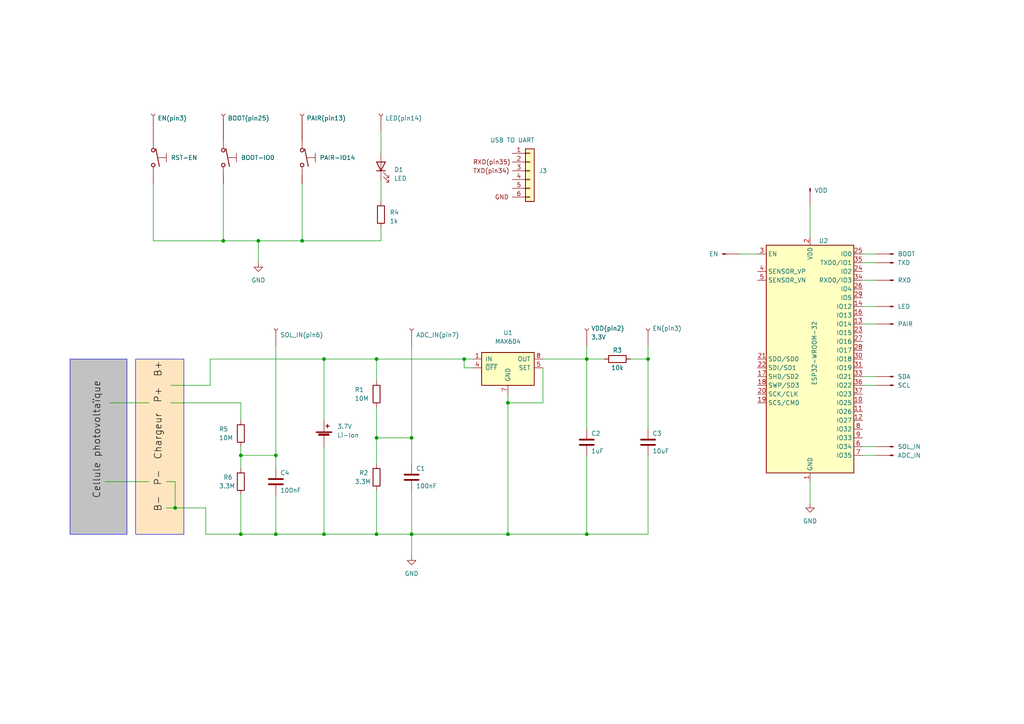
<source format=kicad_sch>
(kicad_sch (version 20230121) (generator eeschema)

  (uuid 59e138e6-7a4f-4e45-aef3-bc79353c10e7)

  (paper "A4")

  (title_block
    (title "airsens V3.0 solar")
    (date "2023-05-27")
    (rev "V3.0 solar")
    (company "JOM52")
    (comment 1 "Version V3.0 avec cellule photovoltaïque ")
  )

  (lib_symbols
    (symbol "Analog_Switch:ADG417BR" (pin_names (offset 0.254)) (in_bom yes) (on_board yes)
      (property "Reference" "U?" (at 1.2701 -3.81 90)
        (effects (font (size 1.27 1.27)) (justify left) hide)
      )
      (property "Value" "ADG417BR" (at 8.89 -6.35 90)
        (effects (font (size 1.27 1.27)) (justify left) hide)
      )
      (property "Footprint" "Package_SO:SOIC-8_3.9x4.9mm_P1.27mm" (at -5.08 2.54 0)
        (effects (font (size 1.27 1.27)) hide)
      )
      (property "Datasheet" "https://www.analog.com/media/en/technical-documentation/data-sheets/ADG417.pdf" (at -7.62 -1.27 0)
        (effects (font (size 1.27 1.27)) hide)
      )
      (property "ki_keywords" "CMOS Analog Switch" (at 0 0 0)
        (effects (font (size 1.27 1.27)) hide)
      )
      (property "ki_description" "Single SPST Monolithic LC²MOS Analog Switch, normally OFF, 25Ohm Ron, SOIC-8" (at 0 0 0)
        (effects (font (size 1.27 1.27)) hide)
      )
      (property "ki_fp_filters" "SOIC*3.9x4.9mm*P1.27mm*" (at 0 0 0)
        (effects (font (size 1.27 1.27)) hide)
      )
      (symbol "ADG417BR_0_1"
        (polyline
          (pts
            (xy 0 1.27)
            (xy 0 3.81)
            (xy -1.27 3.81)
            (xy 1.27 3.81)
          )
          (stroke (width 0) (type default))
          (fill (type none))
        )
      )
      (symbol "ADG417BR_1_1"
        (circle (center -2.159 0) (radius 0.508)
          (stroke (width 0.254) (type default))
          (fill (type none))
        )
        (polyline
          (pts
            (xy -5.08 0)
            (xy -2.794 0)
          )
          (stroke (width 0) (type default))
          (fill (type none))
        )
        (polyline
          (pts
            (xy -2.54 0.762)
            (xy 2.54 1.778)
          )
          (stroke (width 0.254) (type default))
          (fill (type none))
        )
        (polyline
          (pts
            (xy 5.08 0)
            (xy 2.794 0)
          )
          (stroke (width 0) (type default))
          (fill (type none))
        )
        (circle (center 2.159 0) (radius 0.508)
          (stroke (width 0.254) (type default))
          (fill (type none))
        )
        (pin passive line (at -7.62 0 0) (length 2.54)
          (name "~" (effects (font (size 1.27 1.27))))
          (number "" (effects (font (size 1.27 1.27))))
        )
        (pin passive line (at 7.62 0 180) (length 2.54)
          (name "~" (effects (font (size 1.27 1.27))))
          (number "" (effects (font (size 1.27 1.27))))
        )
      )
      (symbol "ADG417BR_2_0"
        (pin no_connect line (at -2.54 10.16 270) (length 2.54) hide
          (name "NC" (effects (font (size 1.27 1.27))))
          (number "2" (effects (font (size 1.27 1.27))))
        )
        (pin power_in line (at 0 -12.7 90) (length 2.54)
          (name "GND" (effects (font (size 1.27 1.27))))
          (number "3" (effects (font (size 1.27 1.27))))
        )
        (pin power_in line (at 0 12.7 270) (length 2.54)
          (name "V+" (effects (font (size 1.27 1.27))))
          (number "4" (effects (font (size 1.27 1.27))))
        )
        (pin power_in line (at 2.54 12.7 270) (length 2.54)
          (name "VL" (effects (font (size 1.27 1.27))))
          (number "5" (effects (font (size 1.27 1.27))))
        )
        (pin power_in line (at 2.54 -12.7 90) (length 2.54)
          (name "V-" (effects (font (size 1.27 1.27))))
          (number "7" (effects (font (size 1.27 1.27))))
        )
      )
      (symbol "ADG417BR_2_1"
        (rectangle (start -3.81 10.16) (end 6.35 -10.16)
          (stroke (width 0.254) (type default))
          (fill (type background))
        )
      )
    )
    (symbol "Conn_01x01_Female_1" (pin_numbers hide) (pin_names (offset 1.016) hide) (in_bom yes) (on_board yes)
      (property "Reference" "J" (at 0 2.54 0)
        (effects (font (size 1.27 1.27)))
      )
      (property "Value" "Conn_01x01_Female_1" (at 0 -2.54 0)
        (effects (font (size 1.27 1.27)))
      )
      (property "Footprint" "" (at 0 0 0)
        (effects (font (size 1.27 1.27)) hide)
      )
      (property "Datasheet" "~" (at 0 0 0)
        (effects (font (size 1.27 1.27)) hide)
      )
      (property "ki_keywords" "connector" (at 0 0 0)
        (effects (font (size 1.27 1.27)) hide)
      )
      (property "ki_description" "Generic connector, single row, 01x01, script generated (kicad-library-utils/schlib/autogen/connector/)" (at 0 0 0)
        (effects (font (size 1.27 1.27)) hide)
      )
      (property "ki_fp_filters" "Connector*:*" (at 0 0 0)
        (effects (font (size 1.27 1.27)) hide)
      )
      (symbol "Conn_01x01_Female_1_1_1"
        (polyline
          (pts
            (xy -1.27 0)
            (xy -0.508 0)
          )
          (stroke (width 0.1524) (type default))
          (fill (type none))
        )
        (arc (start 0 0.508) (mid -0.5058 0) (end 0 -0.508)
          (stroke (width 0.1524) (type default))
          (fill (type none))
        )
        (pin passive line (at -5.08 0 0) (length 3.81)
          (name "Pin_1" (effects (font (size 1.27 1.27))))
          (number "1" (effects (font (size 1.27 1.27))))
        )
      )
    )
    (symbol "Conn_01x01_Female_2" (pin_numbers hide) (pin_names (offset 1.016) hide) (in_bom yes) (on_board yes)
      (property "Reference" "J" (at 0 2.54 0)
        (effects (font (size 1.27 1.27)))
      )
      (property "Value" "Conn_01x01_Female_2" (at 0 -2.54 0)
        (effects (font (size 1.27 1.27)))
      )
      (property "Footprint" "" (at 0 0 0)
        (effects (font (size 1.27 1.27)) hide)
      )
      (property "Datasheet" "~" (at 0 0 0)
        (effects (font (size 1.27 1.27)) hide)
      )
      (property "ki_keywords" "connector" (at 0 0 0)
        (effects (font (size 1.27 1.27)) hide)
      )
      (property "ki_description" "Generic connector, single row, 01x01, script generated (kicad-library-utils/schlib/autogen/connector/)" (at 0 0 0)
        (effects (font (size 1.27 1.27)) hide)
      )
      (property "ki_fp_filters" "Connector*:*" (at 0 0 0)
        (effects (font (size 1.27 1.27)) hide)
      )
      (symbol "Conn_01x01_Female_2_1_1"
        (polyline
          (pts
            (xy -1.27 0)
            (xy -0.508 0)
          )
          (stroke (width 0.1524) (type default))
          (fill (type none))
        )
        (arc (start 0 0.508) (mid -0.5058 0) (end 0 -0.508)
          (stroke (width 0.1524) (type default))
          (fill (type none))
        )
        (pin passive line (at -5.08 0 0) (length 3.81)
          (name "Pin_1" (effects (font (size 1.27 1.27))))
          (number "1" (effects (font (size 1.27 1.27))))
        )
      )
    )
    (symbol "Conn_01x01_Male_1" (pin_numbers hide) (pin_names (offset 1.016) hide) (in_bom yes) (on_board yes)
      (property "Reference" "J" (at 0 2.54 0)
        (effects (font (size 1.27 1.27)))
      )
      (property "Value" "Conn_01x01_Male_1" (at 0 -2.54 0)
        (effects (font (size 1.27 1.27)))
      )
      (property "Footprint" "" (at 0 0 0)
        (effects (font (size 1.27 1.27)) hide)
      )
      (property "Datasheet" "~" (at 0 0 0)
        (effects (font (size 1.27 1.27)) hide)
      )
      (property "ki_keywords" "connector" (at 0 0 0)
        (effects (font (size 1.27 1.27)) hide)
      )
      (property "ki_description" "Generic connector, single row, 01x01, script generated (kicad-library-utils/schlib/autogen/connector/)" (at 0 0 0)
        (effects (font (size 1.27 1.27)) hide)
      )
      (property "ki_fp_filters" "Connector*:*" (at 0 0 0)
        (effects (font (size 1.27 1.27)) hide)
      )
      (symbol "Conn_01x01_Male_1_1_1"
        (polyline
          (pts
            (xy 1.27 0)
            (xy 0.8636 0)
          )
          (stroke (width 0.1524) (type default))
          (fill (type none))
        )
        (rectangle (start 0.8636 0.127) (end 0 -0.127)
          (stroke (width 0.1524) (type default))
          (fill (type outline))
        )
        (pin passive line (at 5.08 0 180) (length 3.81)
          (name "Pin_1" (effects (font (size 1.27 1.27))))
          (number "1" (effects (font (size 1.27 1.27))))
        )
      )
    )
    (symbol "Conn_01x01_Male_3" (pin_numbers hide) (pin_names (offset 1.016) hide) (in_bom yes) (on_board yes)
      (property "Reference" "J" (at 0 2.54 0)
        (effects (font (size 1.27 1.27)))
      )
      (property "Value" "Conn_01x01_Male_3" (at 0 -2.54 0)
        (effects (font (size 1.27 1.27)))
      )
      (property "Footprint" "" (at 0 0 0)
        (effects (font (size 1.27 1.27)) hide)
      )
      (property "Datasheet" "~" (at 0 0 0)
        (effects (font (size 1.27 1.27)) hide)
      )
      (property "ki_keywords" "connector" (at 0 0 0)
        (effects (font (size 1.27 1.27)) hide)
      )
      (property "ki_description" "Generic connector, single row, 01x01, script generated (kicad-library-utils/schlib/autogen/connector/)" (at 0 0 0)
        (effects (font (size 1.27 1.27)) hide)
      )
      (property "ki_fp_filters" "Connector*:*" (at 0 0 0)
        (effects (font (size 1.27 1.27)) hide)
      )
      (symbol "Conn_01x01_Male_3_1_1"
        (polyline
          (pts
            (xy 1.27 0)
            (xy 0.8636 0)
          )
          (stroke (width 0.1524) (type default))
          (fill (type none))
        )
        (rectangle (start 0.8636 0.127) (end 0 -0.127)
          (stroke (width 0.1524) (type default))
          (fill (type outline))
        )
        (pin passive line (at 5.08 0 180) (length 3.81)
          (name "Pin_1" (effects (font (size 1.27 1.27))))
          (number "1" (effects (font (size 1.27 1.27))))
        )
      )
    )
    (symbol "Connector:Conn_01x01_Female" (pin_numbers hide) (pin_names (offset 1.016) hide) (in_bom yes) (on_board yes)
      (property "Reference" "J" (at 0 2.54 0)
        (effects (font (size 1.27 1.27)))
      )
      (property "Value" "Conn_01x01_Female" (at 0 -2.54 0)
        (effects (font (size 1.27 1.27)))
      )
      (property "Footprint" "" (at 0 0 0)
        (effects (font (size 1.27 1.27)) hide)
      )
      (property "Datasheet" "~" (at 0 0 0)
        (effects (font (size 1.27 1.27)) hide)
      )
      (property "ki_keywords" "connector" (at 0 0 0)
        (effects (font (size 1.27 1.27)) hide)
      )
      (property "ki_description" "Generic connector, single row, 01x01, script generated (kicad-library-utils/schlib/autogen/connector/)" (at 0 0 0)
        (effects (font (size 1.27 1.27)) hide)
      )
      (property "ki_fp_filters" "Connector*:*" (at 0 0 0)
        (effects (font (size 1.27 1.27)) hide)
      )
      (symbol "Conn_01x01_Female_1_1"
        (polyline
          (pts
            (xy -1.27 0)
            (xy -0.508 0)
          )
          (stroke (width 0.1524) (type default))
          (fill (type none))
        )
        (arc (start 0 0.508) (mid -0.5058 0) (end 0 -0.508)
          (stroke (width 0.1524) (type default))
          (fill (type none))
        )
        (pin passive line (at -5.08 0 0) (length 3.81)
          (name "Pin_1" (effects (font (size 1.27 1.27))))
          (number "1" (effects (font (size 1.27 1.27))))
        )
      )
    )
    (symbol "Connector:Conn_01x01_Male" (pin_numbers hide) (pin_names (offset 1.016) hide) (in_bom yes) (on_board yes)
      (property "Reference" "J" (at 0 2.54 0)
        (effects (font (size 1.27 1.27)))
      )
      (property "Value" "Conn_01x01_Male" (at 0 -2.54 0)
        (effects (font (size 1.27 1.27)))
      )
      (property "Footprint" "" (at 0 0 0)
        (effects (font (size 1.27 1.27)) hide)
      )
      (property "Datasheet" "~" (at 0 0 0)
        (effects (font (size 1.27 1.27)) hide)
      )
      (property "ki_keywords" "connector" (at 0 0 0)
        (effects (font (size 1.27 1.27)) hide)
      )
      (property "ki_description" "Generic connector, single row, 01x01, script generated (kicad-library-utils/schlib/autogen/connector/)" (at 0 0 0)
        (effects (font (size 1.27 1.27)) hide)
      )
      (property "ki_fp_filters" "Connector*:*" (at 0 0 0)
        (effects (font (size 1.27 1.27)) hide)
      )
      (symbol "Conn_01x01_Male_1_1"
        (polyline
          (pts
            (xy 1.27 0)
            (xy 0.8636 0)
          )
          (stroke (width 0.1524) (type default))
          (fill (type none))
        )
        (rectangle (start 0.8636 0.127) (end 0 -0.127)
          (stroke (width 0.1524) (type default))
          (fill (type outline))
        )
        (pin passive line (at 5.08 0 180) (length 3.81)
          (name "Pin_1" (effects (font (size 1.27 1.27))))
          (number "1" (effects (font (size 1.27 1.27))))
        )
      )
    )
    (symbol "Connector_Generic:Conn_01x06" (pin_names (offset 1.016) hide) (in_bom yes) (on_board yes)
      (property "Reference" "J3" (at 3.81 0 0)
        (effects (font (size 1.27 1.27)))
      )
      (property "Value" "USB TO UART" (at -5.08 8.89 0)
        (effects (font (size 1.27 1.27)))
      )
      (property "Footprint" "" (at 0 0 0)
        (effects (font (size 1.27 1.27)) hide)
      )
      (property "Datasheet" "~" (at 0 0 0)
        (effects (font (size 1.27 1.27)) hide)
      )
      (property "ki_keywords" "connector" (at 0 0 0)
        (effects (font (size 1.27 1.27)) hide)
      )
      (property "ki_description" "Generic connector, single row, 01x06, script generated (kicad-library-utils/schlib/autogen/connector/)" (at 0 0 0)
        (effects (font (size 1.27 1.27)) hide)
      )
      (property "ki_fp_filters" "Connector*:*_1x??_*" (at 0 0 0)
        (effects (font (size 1.27 1.27)) hide)
      )
      (symbol "Conn_01x06_0_0"
        (text "GND" (at -10.16 -7.62 0)
          (effects (font (size 1.27 1.27)) (justify left))
        )
        (text "RXD(pin35)" (at -16.51 2.54 0)
          (effects (font (size 1.27 1.27)) (justify left))
        )
        (text "TXD(pin34)" (at -16.51 0 0)
          (effects (font (size 1.27 1.27)) (justify left))
        )
      )
      (symbol "Conn_01x06_1_1"
        (rectangle (start -1.27 -7.493) (end 0 -7.747)
          (stroke (width 0.1524) (type default))
          (fill (type none))
        )
        (rectangle (start -1.27 -4.953) (end 0 -5.207)
          (stroke (width 0.1524) (type default))
          (fill (type none))
        )
        (rectangle (start -1.27 -2.413) (end 0 -2.667)
          (stroke (width 0.1524) (type default))
          (fill (type none))
        )
        (rectangle (start -1.27 0.127) (end 0 -0.127)
          (stroke (width 0.1524) (type default))
          (fill (type none))
        )
        (rectangle (start -1.27 2.667) (end 0 2.413)
          (stroke (width 0.1524) (type default))
          (fill (type none))
        )
        (rectangle (start -1.27 5.207) (end 0 4.953)
          (stroke (width 0.1524) (type default))
          (fill (type none))
        )
        (rectangle (start -1.27 6.35) (end 1.27 -8.89)
          (stroke (width 0.254) (type default))
          (fill (type background))
        )
        (pin passive line (at -5.08 5.08 0) (length 3.81)
          (name "Pin_1" (effects (font (size 1.27 1.27))))
          (number "1" (effects (font (size 1.27 1.27))))
        )
        (pin passive line (at -5.08 2.54 0) (length 3.81)
          (name "Pin_2" (effects (font (size 1.27 1.27))))
          (number "2" (effects (font (size 1.27 1.27))))
        )
        (pin passive line (at -5.08 0 0) (length 3.81)
          (name "Pin_3" (effects (font (size 1.27 1.27))))
          (number "3" (effects (font (size 1.27 1.27))))
        )
        (pin passive line (at -5.08 -2.54 0) (length 3.81)
          (name "Pin_4" (effects (font (size 1.27 1.27))))
          (number "4" (effects (font (size 1.27 1.27))))
        )
        (pin passive line (at -5.08 -5.08 0) (length 3.81)
          (name "Pin_5" (effects (font (size 1.27 1.27))))
          (number "5" (effects (font (size 1.27 1.27))))
        )
        (pin passive line (at -5.08 -7.62 0) (length 3.81)
          (name "Pin_6" (effects (font (size 1.27 1.27))))
          (number "6" (effects (font (size 1.27 1.27))))
        )
      )
    )
    (symbol "Device:Battery_Cell" (pin_numbers hide) (pin_names (offset 0) hide) (in_bom yes) (on_board yes)
      (property "Reference" "BT" (at 2.54 2.54 0)
        (effects (font (size 1.27 1.27)) (justify left))
      )
      (property "Value" "Battery_Cell" (at 2.54 0 0)
        (effects (font (size 1.27 1.27)) (justify left))
      )
      (property "Footprint" "" (at 0 1.524 90)
        (effects (font (size 1.27 1.27)) hide)
      )
      (property "Datasheet" "~" (at 0 1.524 90)
        (effects (font (size 1.27 1.27)) hide)
      )
      (property "ki_keywords" "battery cell" (at 0 0 0)
        (effects (font (size 1.27 1.27)) hide)
      )
      (property "ki_description" "Single-cell battery" (at 0 0 0)
        (effects (font (size 1.27 1.27)) hide)
      )
      (symbol "Battery_Cell_0_1"
        (rectangle (start -2.286 1.778) (end 2.286 1.524)
          (stroke (width 0) (type default))
          (fill (type outline))
        )
        (rectangle (start -1.5748 1.1938) (end 1.4732 0.6858)
          (stroke (width 0) (type default))
          (fill (type outline))
        )
        (polyline
          (pts
            (xy 0 0.762)
            (xy 0 0)
          )
          (stroke (width 0) (type default))
          (fill (type none))
        )
        (polyline
          (pts
            (xy 0 1.778)
            (xy 0 2.54)
          )
          (stroke (width 0) (type default))
          (fill (type none))
        )
        (polyline
          (pts
            (xy 0.508 3.429)
            (xy 1.524 3.429)
          )
          (stroke (width 0.254) (type default))
          (fill (type none))
        )
        (polyline
          (pts
            (xy 1.016 3.937)
            (xy 1.016 2.921)
          )
          (stroke (width 0.254) (type default))
          (fill (type none))
        )
      )
      (symbol "Battery_Cell_1_1"
        (pin passive line (at 0 5.08 270) (length 2.54)
          (name "+" (effects (font (size 1.27 1.27))))
          (number "1" (effects (font (size 1.27 1.27))))
        )
        (pin passive line (at 0 -2.54 90) (length 2.54)
          (name "-" (effects (font (size 1.27 1.27))))
          (number "2" (effects (font (size 1.27 1.27))))
        )
      )
    )
    (symbol "Device:C" (pin_numbers hide) (pin_names (offset 0.254)) (in_bom yes) (on_board yes)
      (property "Reference" "C" (at 0.635 2.54 0)
        (effects (font (size 1.27 1.27)) (justify left))
      )
      (property "Value" "C" (at 0.635 -2.54 0)
        (effects (font (size 1.27 1.27)) (justify left))
      )
      (property "Footprint" "" (at 0.9652 -3.81 0)
        (effects (font (size 1.27 1.27)) hide)
      )
      (property "Datasheet" "~" (at 0 0 0)
        (effects (font (size 1.27 1.27)) hide)
      )
      (property "ki_keywords" "cap capacitor" (at 0 0 0)
        (effects (font (size 1.27 1.27)) hide)
      )
      (property "ki_description" "Unpolarized capacitor" (at 0 0 0)
        (effects (font (size 1.27 1.27)) hide)
      )
      (property "ki_fp_filters" "C_*" (at 0 0 0)
        (effects (font (size 1.27 1.27)) hide)
      )
      (symbol "C_0_1"
        (polyline
          (pts
            (xy -2.032 -0.762)
            (xy 2.032 -0.762)
          )
          (stroke (width 0.508) (type default))
          (fill (type none))
        )
        (polyline
          (pts
            (xy -2.032 0.762)
            (xy 2.032 0.762)
          )
          (stroke (width 0.508) (type default))
          (fill (type none))
        )
      )
      (symbol "C_1_1"
        (pin passive line (at 0 3.81 270) (length 2.794)
          (name "~" (effects (font (size 1.27 1.27))))
          (number "1" (effects (font (size 1.27 1.27))))
        )
        (pin passive line (at 0 -3.81 90) (length 2.794)
          (name "~" (effects (font (size 1.27 1.27))))
          (number "2" (effects (font (size 1.27 1.27))))
        )
      )
    )
    (symbol "Device:LED" (pin_numbers hide) (pin_names (offset 1.016) hide) (in_bom yes) (on_board yes)
      (property "Reference" "D" (at 0 2.54 0)
        (effects (font (size 1.27 1.27)))
      )
      (property "Value" "LED" (at 0 -2.54 0)
        (effects (font (size 1.27 1.27)))
      )
      (property "Footprint" "" (at 0 0 0)
        (effects (font (size 1.27 1.27)) hide)
      )
      (property "Datasheet" "~" (at 0 0 0)
        (effects (font (size 1.27 1.27)) hide)
      )
      (property "ki_keywords" "LED diode" (at 0 0 0)
        (effects (font (size 1.27 1.27)) hide)
      )
      (property "ki_description" "Light emitting diode" (at 0 0 0)
        (effects (font (size 1.27 1.27)) hide)
      )
      (property "ki_fp_filters" "LED* LED_SMD:* LED_THT:*" (at 0 0 0)
        (effects (font (size 1.27 1.27)) hide)
      )
      (symbol "LED_0_1"
        (polyline
          (pts
            (xy -1.27 -1.27)
            (xy -1.27 1.27)
          )
          (stroke (width 0.254) (type default))
          (fill (type none))
        )
        (polyline
          (pts
            (xy -1.27 0)
            (xy 1.27 0)
          )
          (stroke (width 0) (type default))
          (fill (type none))
        )
        (polyline
          (pts
            (xy 1.27 -1.27)
            (xy 1.27 1.27)
            (xy -1.27 0)
            (xy 1.27 -1.27)
          )
          (stroke (width 0.254) (type default))
          (fill (type none))
        )
        (polyline
          (pts
            (xy -3.048 -0.762)
            (xy -4.572 -2.286)
            (xy -3.81 -2.286)
            (xy -4.572 -2.286)
            (xy -4.572 -1.524)
          )
          (stroke (width 0) (type default))
          (fill (type none))
        )
        (polyline
          (pts
            (xy -1.778 -0.762)
            (xy -3.302 -2.286)
            (xy -2.54 -2.286)
            (xy -3.302 -2.286)
            (xy -3.302 -1.524)
          )
          (stroke (width 0) (type default))
          (fill (type none))
        )
      )
      (symbol "LED_1_1"
        (pin passive line (at -3.81 0 0) (length 2.54)
          (name "K" (effects (font (size 1.27 1.27))))
          (number "1" (effects (font (size 1.27 1.27))))
        )
        (pin passive line (at 3.81 0 180) (length 2.54)
          (name "A" (effects (font (size 1.27 1.27))))
          (number "2" (effects (font (size 1.27 1.27))))
        )
      )
    )
    (symbol "Device:R" (pin_numbers hide) (pin_names (offset 0)) (in_bom yes) (on_board yes)
      (property "Reference" "R" (at 2.032 0 90)
        (effects (font (size 1.27 1.27)))
      )
      (property "Value" "R" (at 0 0 90)
        (effects (font (size 1.27 1.27)))
      )
      (property "Footprint" "" (at -1.778 0 90)
        (effects (font (size 1.27 1.27)) hide)
      )
      (property "Datasheet" "~" (at 0 0 0)
        (effects (font (size 1.27 1.27)) hide)
      )
      (property "ki_keywords" "R res resistor" (at 0 0 0)
        (effects (font (size 1.27 1.27)) hide)
      )
      (property "ki_description" "Resistor" (at 0 0 0)
        (effects (font (size 1.27 1.27)) hide)
      )
      (property "ki_fp_filters" "R_*" (at 0 0 0)
        (effects (font (size 1.27 1.27)) hide)
      )
      (symbol "R_0_1"
        (rectangle (start -1.016 -2.54) (end 1.016 2.54)
          (stroke (width 0.254) (type default))
          (fill (type none))
        )
      )
      (symbol "R_1_1"
        (pin passive line (at 0 3.81 270) (length 1.27)
          (name "~" (effects (font (size 1.27 1.27))))
          (number "1" (effects (font (size 1.27 1.27))))
        )
        (pin passive line (at 0 -3.81 90) (length 1.27)
          (name "~" (effects (font (size 1.27 1.27))))
          (number "2" (effects (font (size 1.27 1.27))))
        )
      )
    )
    (symbol "RF_Module:ESP32-WROOM-32" (in_bom yes) (on_board yes)
      (property "Reference" "U" (at -12.7 34.29 0)
        (effects (font (size 1.27 1.27)) (justify left))
      )
      (property "Value" "ESP32-WROOM-32" (at 1.27 34.29 0)
        (effects (font (size 1.27 1.27)) (justify left))
      )
      (property "Footprint" "RF_Module:ESP32-WROOM-32" (at 0 -38.1 0)
        (effects (font (size 1.27 1.27)) hide)
      )
      (property "Datasheet" "https://www.espressif.com/sites/default/files/documentation/esp32-wroom-32_datasheet_en.pdf" (at -7.62 1.27 0)
        (effects (font (size 1.27 1.27)) hide)
      )
      (property "ki_keywords" "RF Radio BT ESP ESP32 Espressif onboard PCB antenna" (at 0 0 0)
        (effects (font (size 1.27 1.27)) hide)
      )
      (property "ki_description" "RF Module, ESP32-D0WDQ6 SoC, Wi-Fi 802.11b/g/n, Bluetooth, BLE, 32-bit, 2.7-3.6V, onboard antenna, SMD" (at 0 0 0)
        (effects (font (size 1.27 1.27)) hide)
      )
      (property "ki_fp_filters" "ESP32?WROOM?32*" (at 0 0 0)
        (effects (font (size 1.27 1.27)) hide)
      )
      (symbol "ESP32-WROOM-32_0_1"
        (rectangle (start -12.7 33.02) (end 12.7 -33.02)
          (stroke (width 0.254) (type default))
          (fill (type background))
        )
      )
      (symbol "ESP32-WROOM-32_1_1"
        (pin power_in line (at 0 -35.56 90) (length 2.54)
          (name "GND" (effects (font (size 1.27 1.27))))
          (number "1" (effects (font (size 1.27 1.27))))
        )
        (pin bidirectional line (at 15.24 -12.7 180) (length 2.54)
          (name "IO25" (effects (font (size 1.27 1.27))))
          (number "10" (effects (font (size 1.27 1.27))))
        )
        (pin bidirectional line (at 15.24 -15.24 180) (length 2.54)
          (name "IO26" (effects (font (size 1.27 1.27))))
          (number "11" (effects (font (size 1.27 1.27))))
        )
        (pin bidirectional line (at 15.24 -17.78 180) (length 2.54)
          (name "IO27" (effects (font (size 1.27 1.27))))
          (number "12" (effects (font (size 1.27 1.27))))
        )
        (pin bidirectional line (at 15.24 10.16 180) (length 2.54)
          (name "IO14" (effects (font (size 1.27 1.27))))
          (number "13" (effects (font (size 1.27 1.27))))
        )
        (pin bidirectional line (at 15.24 15.24 180) (length 2.54)
          (name "IO12" (effects (font (size 1.27 1.27))))
          (number "14" (effects (font (size 1.27 1.27))))
        )
        (pin passive line (at 0 -35.56 90) (length 2.54) hide
          (name "GND" (effects (font (size 1.27 1.27))))
          (number "15" (effects (font (size 1.27 1.27))))
        )
        (pin bidirectional line (at 15.24 12.7 180) (length 2.54)
          (name "IO13" (effects (font (size 1.27 1.27))))
          (number "16" (effects (font (size 1.27 1.27))))
        )
        (pin bidirectional line (at -15.24 -5.08 0) (length 2.54)
          (name "SHD/SD2" (effects (font (size 1.27 1.27))))
          (number "17" (effects (font (size 1.27 1.27))))
        )
        (pin bidirectional line (at -15.24 -7.62 0) (length 2.54)
          (name "SWP/SD3" (effects (font (size 1.27 1.27))))
          (number "18" (effects (font (size 1.27 1.27))))
        )
        (pin bidirectional line (at -15.24 -12.7 0) (length 2.54)
          (name "SCS/CMD" (effects (font (size 1.27 1.27))))
          (number "19" (effects (font (size 1.27 1.27))))
        )
        (pin power_in line (at 0 35.56 270) (length 2.54)
          (name "VDD" (effects (font (size 1.27 1.27))))
          (number "2" (effects (font (size 1.27 1.27))))
        )
        (pin bidirectional line (at -15.24 -10.16 0) (length 2.54)
          (name "SCK/CLK" (effects (font (size 1.27 1.27))))
          (number "20" (effects (font (size 1.27 1.27))))
        )
        (pin bidirectional line (at -15.24 0 0) (length 2.54)
          (name "SDO/SD0" (effects (font (size 1.27 1.27))))
          (number "21" (effects (font (size 1.27 1.27))))
        )
        (pin bidirectional line (at -15.24 -2.54 0) (length 2.54)
          (name "SDI/SD1" (effects (font (size 1.27 1.27))))
          (number "22" (effects (font (size 1.27 1.27))))
        )
        (pin bidirectional line (at 15.24 7.62 180) (length 2.54)
          (name "IO15" (effects (font (size 1.27 1.27))))
          (number "23" (effects (font (size 1.27 1.27))))
        )
        (pin bidirectional line (at 15.24 25.4 180) (length 2.54)
          (name "IO2" (effects (font (size 1.27 1.27))))
          (number "24" (effects (font (size 1.27 1.27))))
        )
        (pin bidirectional line (at 15.24 30.48 180) (length 2.54)
          (name "IO0" (effects (font (size 1.27 1.27))))
          (number "25" (effects (font (size 1.27 1.27))))
        )
        (pin bidirectional line (at 15.24 20.32 180) (length 2.54)
          (name "IO4" (effects (font (size 1.27 1.27))))
          (number "26" (effects (font (size 1.27 1.27))))
        )
        (pin bidirectional line (at 15.24 5.08 180) (length 2.54)
          (name "IO16" (effects (font (size 1.27 1.27))))
          (number "27" (effects (font (size 1.27 1.27))))
        )
        (pin bidirectional line (at 15.24 2.54 180) (length 2.54)
          (name "IO17" (effects (font (size 1.27 1.27))))
          (number "28" (effects (font (size 1.27 1.27))))
        )
        (pin bidirectional line (at 15.24 17.78 180) (length 2.54)
          (name "IO5" (effects (font (size 1.27 1.27))))
          (number "29" (effects (font (size 1.27 1.27))))
        )
        (pin input line (at -15.24 30.48 0) (length 2.54)
          (name "EN" (effects (font (size 1.27 1.27))))
          (number "3" (effects (font (size 1.27 1.27))))
        )
        (pin bidirectional line (at 15.24 0 180) (length 2.54)
          (name "IO18" (effects (font (size 1.27 1.27))))
          (number "30" (effects (font (size 1.27 1.27))))
        )
        (pin bidirectional line (at 15.24 -2.54 180) (length 2.54)
          (name "IO19" (effects (font (size 1.27 1.27))))
          (number "31" (effects (font (size 1.27 1.27))))
        )
        (pin no_connect line (at -12.7 -27.94 0) (length 2.54) hide
          (name "NC" (effects (font (size 1.27 1.27))))
          (number "32" (effects (font (size 1.27 1.27))))
        )
        (pin bidirectional line (at 15.24 -5.08 180) (length 2.54)
          (name "IO21" (effects (font (size 1.27 1.27))))
          (number "33" (effects (font (size 1.27 1.27))))
        )
        (pin bidirectional line (at 15.24 22.86 180) (length 2.54)
          (name "RXD0/IO3" (effects (font (size 1.27 1.27))))
          (number "34" (effects (font (size 1.27 1.27))))
        )
        (pin bidirectional line (at 15.24 27.94 180) (length 2.54)
          (name "TXD0/IO1" (effects (font (size 1.27 1.27))))
          (number "35" (effects (font (size 1.27 1.27))))
        )
        (pin bidirectional line (at 15.24 -7.62 180) (length 2.54)
          (name "IO22" (effects (font (size 1.27 1.27))))
          (number "36" (effects (font (size 1.27 1.27))))
        )
        (pin bidirectional line (at 15.24 -10.16 180) (length 2.54)
          (name "IO23" (effects (font (size 1.27 1.27))))
          (number "37" (effects (font (size 1.27 1.27))))
        )
        (pin passive line (at 0 -35.56 90) (length 2.54) hide
          (name "GND" (effects (font (size 1.27 1.27))))
          (number "38" (effects (font (size 1.27 1.27))))
        )
        (pin passive line (at 0 -35.56 90) (length 2.54) hide
          (name "GND" (effects (font (size 1.27 1.27))))
          (number "39" (effects (font (size 1.27 1.27))))
        )
        (pin input line (at -15.24 25.4 0) (length 2.54)
          (name "SENSOR_VP" (effects (font (size 1.27 1.27))))
          (number "4" (effects (font (size 1.27 1.27))))
        )
        (pin input line (at -15.24 22.86 0) (length 2.54)
          (name "SENSOR_VN" (effects (font (size 1.27 1.27))))
          (number "5" (effects (font (size 1.27 1.27))))
        )
        (pin input line (at 15.24 -25.4 180) (length 2.54)
          (name "IO34" (effects (font (size 1.27 1.27))))
          (number "6" (effects (font (size 1.27 1.27))))
        )
        (pin input line (at 15.24 -27.94 180) (length 2.54)
          (name "IO35" (effects (font (size 1.27 1.27))))
          (number "7" (effects (font (size 1.27 1.27))))
        )
        (pin bidirectional line (at 15.24 -20.32 180) (length 2.54)
          (name "IO32" (effects (font (size 1.27 1.27))))
          (number "8" (effects (font (size 1.27 1.27))))
        )
        (pin bidirectional line (at 15.24 -22.86 180) (length 2.54)
          (name "IO33" (effects (font (size 1.27 1.27))))
          (number "9" (effects (font (size 1.27 1.27))))
        )
      )
    )
    (symbol "Regulator_Linear:MAX604" (pin_names (offset 1.016)) (in_bom yes) (on_board yes)
      (property "Reference" "U" (at -6.35 5.715 0)
        (effects (font (size 1.27 1.27)))
      )
      (property "Value" "MAX604" (at 0 5.715 0)
        (effects (font (size 1.27 1.27)) (justify left))
      )
      (property "Footprint" "" (at 0 8.255 0)
        (effects (font (size 1.27 1.27) italic) hide)
      )
      (property "Datasheet" "http://datasheets.maximintegrated.com/en/ds/MAX603-MAX604.pdf" (at 0 -1.27 0)
        (effects (font (size 1.27 1.27)) hide)
      )
      (property "ki_keywords" "Linear LDO Regulator 500mA 3.3V fixed" (at 0 0 0)
        (effects (font (size 1.27 1.27)) hide)
      )
      (property "ki_description" "500mA Linear LDO Regulator, Fixed Output 3.3V, DIP-8/SO-8" (at 0 0 0)
        (effects (font (size 1.27 1.27)) hide)
      )
      (property "ki_fp_filters" "DIP*W7.62mm* SOIC*3.9x4.9mm*P1.27mm*" (at 0 0 0)
        (effects (font (size 1.27 1.27)) hide)
      )
      (symbol "MAX604_0_1"
        (rectangle (start -7.62 4.445) (end 7.62 -5.08)
          (stroke (width 0.254) (type default))
          (fill (type background))
        )
      )
      (symbol "MAX604_1_1"
        (pin power_in line (at -10.16 2.54 0) (length 2.54)
          (name "IN" (effects (font (size 1.27 1.27))))
          (number "1" (effects (font (size 1.27 1.27))))
        )
        (pin passive line (at 0 -7.62 90) (length 2.54) hide
          (name "GND" (effects (font (size 1.27 1.27))))
          (number "2" (effects (font (size 1.27 1.27))))
        )
        (pin passive line (at 0 -7.62 90) (length 2.54) hide
          (name "GND" (effects (font (size 1.27 1.27))))
          (number "3" (effects (font (size 1.27 1.27))))
        )
        (pin input line (at -10.16 0 0) (length 2.54)
          (name "~{OFF}" (effects (font (size 1.27 1.27))))
          (number "4" (effects (font (size 1.27 1.27))))
        )
        (pin passive line (at 10.16 0 180) (length 2.54)
          (name "SET" (effects (font (size 1.27 1.27))))
          (number "5" (effects (font (size 1.27 1.27))))
        )
        (pin passive line (at 0 -7.62 90) (length 2.54) hide
          (name "GND" (effects (font (size 1.27 1.27))))
          (number "6" (effects (font (size 1.27 1.27))))
        )
        (pin power_in line (at 0 -7.62 90) (length 2.54)
          (name "GND" (effects (font (size 1.27 1.27))))
          (number "7" (effects (font (size 1.27 1.27))))
        )
        (pin power_out line (at 10.16 2.54 180) (length 2.54)
          (name "OUT" (effects (font (size 1.27 1.27))))
          (number "8" (effects (font (size 1.27 1.27))))
        )
      )
    )
    (symbol "power:GND" (power) (pin_names (offset 0)) (in_bom yes) (on_board yes)
      (property "Reference" "#PWR" (at 0 -6.35 0)
        (effects (font (size 1.27 1.27)) hide)
      )
      (property "Value" "GND" (at 0 -3.81 0)
        (effects (font (size 1.27 1.27)))
      )
      (property "Footprint" "" (at 0 0 0)
        (effects (font (size 1.27 1.27)) hide)
      )
      (property "Datasheet" "" (at 0 0 0)
        (effects (font (size 1.27 1.27)) hide)
      )
      (property "ki_keywords" "power-flag" (at 0 0 0)
        (effects (font (size 1.27 1.27)) hide)
      )
      (property "ki_description" "Power symbol creates a global label with name \"GND\" , ground" (at 0 0 0)
        (effects (font (size 1.27 1.27)) hide)
      )
      (symbol "GND_0_1"
        (polyline
          (pts
            (xy 0 0)
            (xy 0 -1.27)
            (xy 1.27 -1.27)
            (xy 0 -2.54)
            (xy -1.27 -1.27)
            (xy 0 -1.27)
          )
          (stroke (width 0) (type default))
          (fill (type none))
        )
      )
      (symbol "GND_1_1"
        (pin power_in line (at 0 0 270) (length 0) hide
          (name "GND" (effects (font (size 1.27 1.27))))
          (number "1" (effects (font (size 1.27 1.27))))
        )
      )
    )
  )

  (junction (at 80.01 132.08) (diameter 0) (color 0 0 0 0)
    (uuid 0aabe771-13e0-4497-9291-f6b7cb58b3ac)
  )
  (junction (at 69.85 132.08) (diameter 0) (color 0 0 0 0)
    (uuid 1285b42b-ea73-40b8-ad3d-2416077c0150)
  )
  (junction (at 64.77 69.85) (diameter 0) (color 0 0 0 0)
    (uuid 1d892ec6-01a8-46b0-89ed-ecbdbd4ce449)
  )
  (junction (at 109.22 154.94) (diameter 0) (color 0 0 0 0)
    (uuid 23f870f5-657a-409c-88e6-b4e7dcbe198d)
  )
  (junction (at 119.38 154.94) (diameter 0) (color 0 0 0 0)
    (uuid 330559f3-5d4d-4ee1-9c67-9f97d8cc9311)
  )
  (junction (at 147.32 116.84) (diameter 0) (color 0 0 0 0)
    (uuid 405ac5f9-4485-40bf-88ef-fd676eb4bd23)
  )
  (junction (at 69.85 154.94) (diameter 0) (color 0 0 0 0)
    (uuid 4da20f65-14aa-4600-9155-3f26ca2d820d)
  )
  (junction (at 109.22 104.14) (diameter 0) (color 0 0 0 0)
    (uuid 4e8df9b8-5eef-467d-9b0b-70be111740c9)
  )
  (junction (at 50.8 147.32) (diameter 0) (color 0 0 0 0)
    (uuid 5655b2ec-4af3-47ce-92f6-7418eea04fe5)
  )
  (junction (at 134.62 104.14) (diameter 0) (color 0 0 0 0)
    (uuid 60819ca8-a37d-4206-815d-b4c616a8bbfe)
  )
  (junction (at 187.96 104.14) (diameter 0) (color 0 0 0 0)
    (uuid 85d13a89-c835-4fa6-8484-dc5a180077f2)
  )
  (junction (at 147.32 154.94) (diameter 0) (color 0 0 0 0)
    (uuid 89443180-176a-451e-90bb-ea270bccdc5f)
  )
  (junction (at 93.98 154.94) (diameter 0) (color 0 0 0 0)
    (uuid 8fb0a7ec-24f8-49e5-9d4d-ee9805bf78fd)
  )
  (junction (at 87.63 69.85) (diameter 0) (color 0 0 0 0)
    (uuid 967629c4-966e-4da3-b5c5-fdbc8dc9fdfe)
  )
  (junction (at 80.01 154.94) (diameter 0) (color 0 0 0 0)
    (uuid a56181f3-1730-4ae4-a9ec-f034ff01f3ed)
  )
  (junction (at 170.18 154.94) (diameter 0) (color 0 0 0 0)
    (uuid ce023fd4-b74b-492a-a1fd-63d3cc66e3b6)
  )
  (junction (at 74.93 69.85) (diameter 0) (color 0 0 0 0)
    (uuid d1171917-305f-4d03-8739-0736ca0e58a0)
  )
  (junction (at 109.22 127) (diameter 0) (color 0 0 0 0)
    (uuid d4f1ac6f-e502-4674-b105-67a21f3a5153)
  )
  (junction (at 119.38 127) (diameter 0) (color 0 0 0 0)
    (uuid dcad4c0d-49ba-447d-b6d7-c4e0df87450c)
  )
  (junction (at 170.18 104.14) (diameter 0) (color 0 0 0 0)
    (uuid e0d564dc-a256-4dc7-849e-f355652d6cdc)
  )
  (junction (at 93.98 104.14) (diameter 0) (color 0 0 0 0)
    (uuid eb7aa1b3-c994-43e0-8b82-5b55fcaaecdb)
  )

  (wire (pts (xy 119.38 100.33) (xy 119.38 127))
    (stroke (width 0) (type default))
    (uuid 023cba9e-a358-450d-ac4f-cdc37f778475)
  )
  (wire (pts (xy 59.69 147.32) (xy 59.69 154.94))
    (stroke (width 0) (type default))
    (uuid 02ae25e4-de4d-4131-938f-c277a933e502)
  )
  (wire (pts (xy 74.93 69.85) (xy 74.93 76.2))
    (stroke (width 0) (type default))
    (uuid 09208526-924e-4ea8-a401-e6ad83a1cf16)
  )
  (wire (pts (xy 234.95 139.7) (xy 234.95 146.05))
    (stroke (width 0) (type default))
    (uuid 0ac8b627-a52c-4d23-b76f-bb43007fc729)
  )
  (wire (pts (xy 48.26 147.32) (xy 50.8 147.32))
    (stroke (width 0) (type default))
    (uuid 0d8ab6e6-8f07-45ad-bb9a-c687fea889d8)
  )
  (wire (pts (xy 137.16 106.68) (xy 134.62 106.68))
    (stroke (width 0) (type default))
    (uuid 14ed5c55-4d3f-45ea-9660-56a7902be81f)
  )
  (wire (pts (xy 60.96 104.14) (xy 93.98 104.14))
    (stroke (width 0) (type default))
    (uuid 16b9f76b-c16f-4908-9484-3638b5f622c5)
  )
  (wire (pts (xy 44.45 69.85) (xy 64.77 69.85))
    (stroke (width 0) (type default))
    (uuid 196f127e-a85f-4a35-9c0b-b9d84585ad8e)
  )
  (wire (pts (xy 44.45 53.34) (xy 44.45 69.85))
    (stroke (width 0) (type default))
    (uuid 1c1390c4-9c0c-4009-83e6-2590404b3b04)
  )
  (wire (pts (xy 187.96 100.33) (xy 187.96 104.14))
    (stroke (width 0) (type default))
    (uuid 1c42cbe2-4802-4f06-a832-05e9e3fbb651)
  )
  (wire (pts (xy 49.53 116.84) (xy 69.85 116.84))
    (stroke (width 0) (type default))
    (uuid 1c65f44b-be13-424a-b899-b2984c99d2e5)
  )
  (wire (pts (xy 170.18 100.33) (xy 170.18 104.14))
    (stroke (width 0) (type default))
    (uuid 1e422ba2-864f-4f03-8d37-443052ec1016)
  )
  (wire (pts (xy 134.62 104.14) (xy 137.16 104.14))
    (stroke (width 0) (type default))
    (uuid 1f501250-3208-4297-9470-6e55fb73abf8)
  )
  (wire (pts (xy 110.49 52.07) (xy 110.49 58.42))
    (stroke (width 0) (type default))
    (uuid 204bee7a-c608-4134-ad34-d8be4189e36c)
  )
  (wire (pts (xy 109.22 127) (xy 119.38 127))
    (stroke (width 0) (type default))
    (uuid 24543f9a-520c-421e-b4c1-0e27dc71c244)
  )
  (wire (pts (xy 119.38 154.94) (xy 119.38 161.29))
    (stroke (width 0) (type default))
    (uuid 24d48439-5ea3-4843-ae91-d3fab3a75233)
  )
  (wire (pts (xy 31.75 116.84) (xy 43.18 116.84))
    (stroke (width 0) (type default))
    (uuid 2aeafca8-1107-4109-be32-cf1b3239bba6)
  )
  (wire (pts (xy 49.53 111.76) (xy 60.96 111.76))
    (stroke (width 0) (type default))
    (uuid 2ef9ba60-df33-4869-9849-d7a02e9993b4)
  )
  (wire (pts (xy 147.32 116.84) (xy 157.48 116.84))
    (stroke (width 0) (type default))
    (uuid 356c9cca-83e9-4a09-9f16-43230dfefa37)
  )
  (wire (pts (xy 170.18 104.14) (xy 170.18 124.46))
    (stroke (width 0) (type default))
    (uuid 3d6e28fb-8896-41c4-b082-6c563f6f504d)
  )
  (wire (pts (xy 250.19 111.76) (xy 254 111.76))
    (stroke (width 0) (type default))
    (uuid 421ba4b4-e59f-4ac6-843b-95b68f6c1273)
  )
  (wire (pts (xy 110.49 66.04) (xy 110.49 69.85))
    (stroke (width 0) (type default))
    (uuid 44a13628-aa8e-46d6-bdeb-bccd3a477495)
  )
  (wire (pts (xy 187.96 104.14) (xy 187.96 124.46))
    (stroke (width 0) (type default))
    (uuid 4553ad5c-59e9-4a2f-b7dc-005568124c1c)
  )
  (wire (pts (xy 250.19 129.54) (xy 254 129.54))
    (stroke (width 0) (type default))
    (uuid 48fa8e74-8f2e-4ddf-a8ee-a4dde37db2cb)
  )
  (wire (pts (xy 80.01 100.33) (xy 80.01 132.08))
    (stroke (width 0) (type default))
    (uuid 492bfcf1-d422-4d2f-8d92-dc16503128e6)
  )
  (wire (pts (xy 119.38 154.94) (xy 147.32 154.94))
    (stroke (width 0) (type default))
    (uuid 4b75ec41-6413-4439-a0e5-93b36f34ebcd)
  )
  (wire (pts (xy 157.48 104.14) (xy 170.18 104.14))
    (stroke (width 0) (type default))
    (uuid 4d34bfce-7aec-46db-9385-d060c5698a6f)
  )
  (wire (pts (xy 147.32 114.3) (xy 147.32 116.84))
    (stroke (width 0) (type default))
    (uuid 5055d6d2-a6a5-432b-8dd0-a35f576b7638)
  )
  (wire (pts (xy 93.98 104.14) (xy 93.98 121.92))
    (stroke (width 0) (type default))
    (uuid 5471e387-0472-4ae5-8c1f-ca34a19be0c5)
  )
  (wire (pts (xy 69.85 154.94) (xy 80.01 154.94))
    (stroke (width 0) (type default))
    (uuid 55422de2-6aa4-44c0-83d9-ca7e6a2317e5)
  )
  (wire (pts (xy 134.62 104.14) (xy 134.62 106.68))
    (stroke (width 0) (type default))
    (uuid 60f1d490-5f5b-4a23-ba83-8a1f0d0d993d)
  )
  (wire (pts (xy 250.19 81.28) (xy 254 81.28))
    (stroke (width 0) (type default))
    (uuid 6238224e-0703-419c-90a3-b2ca62fb6518)
  )
  (wire (pts (xy 50.8 139.7) (xy 50.8 147.32))
    (stroke (width 0) (type default))
    (uuid 641de922-e39f-40f7-8245-bea09c3a5d14)
  )
  (wire (pts (xy 250.19 88.9) (xy 254 88.9))
    (stroke (width 0) (type default))
    (uuid 6918af2f-4ec6-4b82-8bf9-d4807801533b)
  )
  (wire (pts (xy 64.77 53.34) (xy 64.77 69.85))
    (stroke (width 0) (type default))
    (uuid 69f3f3bb-d88b-4970-95e5-4f0477209228)
  )
  (wire (pts (xy 87.63 53.34) (xy 87.63 69.85))
    (stroke (width 0) (type default))
    (uuid 7483128c-fb76-435a-924e-37b4faac98a6)
  )
  (wire (pts (xy 110.49 69.85) (xy 87.63 69.85))
    (stroke (width 0) (type default))
    (uuid 7888b25d-fc09-4dcd-918c-22dd3dc1d353)
  )
  (wire (pts (xy 50.8 147.32) (xy 59.69 147.32))
    (stroke (width 0) (type default))
    (uuid 7a083d36-3cde-4862-ab3d-6b4e33c78189)
  )
  (wire (pts (xy 69.85 129.54) (xy 69.85 132.08))
    (stroke (width 0) (type default))
    (uuid 7a80de1f-ee8f-48ab-a005-9a4fcdc973c9)
  )
  (wire (pts (xy 147.32 116.84) (xy 147.32 154.94))
    (stroke (width 0) (type default))
    (uuid 7aee47de-5235-4eb9-b537-0dad865a3ad4)
  )
  (wire (pts (xy 80.01 143.51) (xy 80.01 154.94))
    (stroke (width 0) (type default))
    (uuid 7d8de9d4-9186-487b-ac7c-ec38409415d9)
  )
  (wire (pts (xy 30.48 139.7) (xy 43.18 139.7))
    (stroke (width 0) (type default))
    (uuid 7dcfbf18-6c93-47cb-8f46-a8094fae87d3)
  )
  (wire (pts (xy 87.63 69.85) (xy 74.93 69.85))
    (stroke (width 0) (type default))
    (uuid 805891b3-175f-4a32-9ae7-2121326c2e6e)
  )
  (wire (pts (xy 147.32 154.94) (xy 170.18 154.94))
    (stroke (width 0) (type default))
    (uuid 813d4818-60b1-49ab-a459-8ca4be826790)
  )
  (wire (pts (xy 182.88 104.14) (xy 187.96 104.14))
    (stroke (width 0) (type default))
    (uuid 8658386f-37c6-4f2c-aaea-da1f8e94e4eb)
  )
  (wire (pts (xy 109.22 104.14) (xy 109.22 110.49))
    (stroke (width 0) (type default))
    (uuid 88a039e5-0688-4bd2-be55-e5c57a6ca898)
  )
  (wire (pts (xy 170.18 104.14) (xy 175.26 104.14))
    (stroke (width 0) (type default))
    (uuid 899b9d21-f1d2-4dbf-afcd-820f35a209cc)
  )
  (wire (pts (xy 170.18 132.08) (xy 170.18 154.94))
    (stroke (width 0) (type default))
    (uuid 89afb290-b0ff-42fa-ae03-51c73e48d3aa)
  )
  (wire (pts (xy 109.22 154.94) (xy 119.38 154.94))
    (stroke (width 0) (type default))
    (uuid 8d9ff24c-215b-49c7-a743-f15041e488b2)
  )
  (wire (pts (xy 187.96 154.94) (xy 170.18 154.94))
    (stroke (width 0) (type default))
    (uuid 90e7ca8c-0c4f-46d3-ba1c-ab94968b380d)
  )
  (wire (pts (xy 234.95 59.69) (xy 234.95 68.58))
    (stroke (width 0) (type default))
    (uuid 98e05f24-d18f-4407-b322-c42cfb22f744)
  )
  (wire (pts (xy 250.19 109.22) (xy 254 109.22))
    (stroke (width 0) (type default))
    (uuid a6f15540-4aac-4e1d-9bb4-675bcff748a7)
  )
  (wire (pts (xy 109.22 127) (xy 109.22 134.62))
    (stroke (width 0) (type default))
    (uuid a9b3e0f1-743d-44a8-a9bc-2e94b0d25fac)
  )
  (wire (pts (xy 109.22 118.11) (xy 109.22 127))
    (stroke (width 0) (type default))
    (uuid abafd314-77e6-44bc-8f67-fff3cb67f543)
  )
  (wire (pts (xy 64.77 69.85) (xy 74.93 69.85))
    (stroke (width 0) (type default))
    (uuid abbc5cae-94f6-4fa3-a858-bbf073664a37)
  )
  (wire (pts (xy 250.19 76.2) (xy 254 76.2))
    (stroke (width 0) (type default))
    (uuid afc8add8-fb41-461d-a7da-4fa500855643)
  )
  (wire (pts (xy 119.38 142.24) (xy 119.38 154.94))
    (stroke (width 0) (type default))
    (uuid afecd56d-a080-4aeb-ae94-679761abd773)
  )
  (wire (pts (xy 187.96 132.08) (xy 187.96 154.94))
    (stroke (width 0) (type default))
    (uuid b06a9597-00e2-46bd-8833-e525db5d438c)
  )
  (wire (pts (xy 93.98 129.54) (xy 93.98 154.94))
    (stroke (width 0) (type default))
    (uuid b1b12547-a735-4c22-905c-d9c94d4ab55d)
  )
  (wire (pts (xy 69.85 116.84) (xy 69.85 121.92))
    (stroke (width 0) (type default))
    (uuid b2bf5232-8ecd-47a6-b795-c8bcc8f74ec5)
  )
  (wire (pts (xy 93.98 154.94) (xy 109.22 154.94))
    (stroke (width 0) (type default))
    (uuid b8694f9b-fe3a-4167-b7e8-8d2e9f689812)
  )
  (wire (pts (xy 250.19 93.98) (xy 254 93.98))
    (stroke (width 0) (type default))
    (uuid b887a05f-a1a2-46cb-bdcc-e39861fb66dc)
  )
  (wire (pts (xy 69.85 132.08) (xy 80.01 132.08))
    (stroke (width 0) (type default))
    (uuid b9dbf2e6-8918-469e-b9f8-e19813bdbf42)
  )
  (wire (pts (xy 157.48 106.68) (xy 157.48 116.84))
    (stroke (width 0) (type default))
    (uuid c0df00f0-e3e3-49e5-9103-885fa3f3530c)
  )
  (wire (pts (xy 80.01 154.94) (xy 93.98 154.94))
    (stroke (width 0) (type default))
    (uuid c338c1cf-da42-42c7-8d93-f058487f9211)
  )
  (wire (pts (xy 109.22 142.24) (xy 109.22 154.94))
    (stroke (width 0) (type default))
    (uuid cd33fc2a-e5cb-4631-9d00-7a88818ce5df)
  )
  (wire (pts (xy 119.38 127) (xy 119.38 134.62))
    (stroke (width 0) (type default))
    (uuid d18f8089-9044-4dd0-b6bc-a3a371b53859)
  )
  (wire (pts (xy 69.85 143.51) (xy 69.85 154.94))
    (stroke (width 0) (type default))
    (uuid d2ce922c-760e-4903-b3b2-f5a3feaecfa0)
  )
  (wire (pts (xy 109.22 104.14) (xy 134.62 104.14))
    (stroke (width 0) (type default))
    (uuid d633fef7-2790-4142-84c7-65e78ccf7981)
  )
  (wire (pts (xy 69.85 132.08) (xy 69.85 135.89))
    (stroke (width 0) (type default))
    (uuid d85f716d-5eee-4b10-b069-0c47171283cf)
  )
  (wire (pts (xy 93.98 104.14) (xy 109.22 104.14))
    (stroke (width 0) (type default))
    (uuid e127111a-a904-4b68-8b3d-b81961a146aa)
  )
  (wire (pts (xy 250.19 132.08) (xy 254 132.08))
    (stroke (width 0) (type default))
    (uuid e5e6d809-361c-4c60-a9ec-e139447972db)
  )
  (wire (pts (xy 110.49 38.1) (xy 110.49 44.45))
    (stroke (width 0) (type default))
    (uuid e9219319-85c6-4129-93fb-8c53681ecdcb)
  )
  (wire (pts (xy 80.01 132.08) (xy 80.01 135.89))
    (stroke (width 0) (type default))
    (uuid e9bf3086-6f0c-45b3-bb2b-dd6040698441)
  )
  (wire (pts (xy 214.63 73.66) (xy 219.71 73.66))
    (stroke (width 0) (type default))
    (uuid f18a2f35-e2a3-4a36-a16d-aa3e2ce34553)
  )
  (wire (pts (xy 60.96 111.76) (xy 60.96 104.14))
    (stroke (width 0) (type default))
    (uuid f7233305-b8d8-4c49-8ec7-3640c95c77ab)
  )
  (wire (pts (xy 59.69 154.94) (xy 69.85 154.94))
    (stroke (width 0) (type default))
    (uuid fa236669-a3cb-441e-8690-deabddc5a234)
  )
  (wire (pts (xy 48.26 139.7) (xy 50.8 139.7))
    (stroke (width 0) (type default))
    (uuid ffa3d93d-0c2f-4ee7-8418-1549c401f0be)
  )
  (wire (pts (xy 250.19 73.66) (xy 254 73.66))
    (stroke (width 0) (type default))
    (uuid ffb5a3d2-739f-4540-af2b-15c752c748a3)
  )

  (rectangle (start 20.32 104.14) (end 36.83 154.94)
    (stroke (width 0) (type default))
    (fill (type color) (color 194 194 194 1))
    (uuid ad94efa8-038f-45d8-9621-6b8d42fafa81)
  )
  (rectangle (start 39.37 104.14) (end 53.34 154.94)
    (stroke (width 0) (type default))
    (fill (type color) (color 255 229 191 1))
    (uuid be6d26e2-cfe2-4e7c-aa19-17593e889e55)
  )

  (text "Cellule photovoltaïque" (at 29.21 144.78 90)
    (effects (font (size 2 2) (color 0 0 0 1)) (justify left bottom))
    (uuid ba5538e7-2f45-4cdc-a935-5cbbb021cea1)
  )
  (text "B-  P-  Chargeur  P+  B+" (at 46.99 148.59 90)
    (effects (font (size 2 2) (color 0 0 0 1)) (justify left bottom))
    (uuid d0930d76-47fb-430b-a429-f4d5ea0da87a)
  )

  (symbol (lib_id "Device:C") (at 119.38 138.43 0) (unit 1)
    (in_bom yes) (on_board yes) (dnp no)
    (uuid 049dc504-80b1-44c4-a7a9-fb6850f068f3)
    (property "Reference" "C1" (at 120.65 135.89 0)
      (effects (font (size 1.27 1.27)) (justify left))
    )
    (property "Value" "100nF" (at 120.65 140.97 0)
      (effects (font (size 1.27 1.27)) (justify left))
    )
    (property "Footprint" "" (at 120.3452 142.24 0)
      (effects (font (size 1.27 1.27)) hide)
    )
    (property "Datasheet" "~" (at 119.38 138.43 0)
      (effects (font (size 1.27 1.27)) hide)
    )
    (pin "1" (uuid 98b3033b-e79b-477c-958d-9aad1eb31c0b))
    (pin "2" (uuid e8dd3513-bcd7-4517-8f0f-6b2bf8f270f6))
    (instances
      (project "airsens_solaire_s3_0"
        (path "/59e138e6-7a4f-4e45-aef3-bc79353c10e7"
          (reference "C1") (unit 1)
        )
      )
    )
  )

  (symbol (lib_id "Device:Battery_Cell") (at 93.98 127 0) (unit 1)
    (in_bom yes) (on_board yes) (dnp no) (fields_autoplaced)
    (uuid 081bcf58-85f5-4f9c-9cf2-9102b6ae6e16)
    (property "Reference" "3.7V" (at 97.79 123.6979 0)
      (effects (font (size 1.27 1.27)) (justify left))
    )
    (property "Value" "Li-Ion" (at 97.79 126.2379 0)
      (effects (font (size 1.27 1.27)) (justify left))
    )
    (property "Footprint" "" (at 93.98 125.476 90)
      (effects (font (size 1.27 1.27)) hide)
    )
    (property "Datasheet" "~" (at 93.98 125.476 90)
      (effects (font (size 1.27 1.27)) hide)
    )
    (pin "1" (uuid 505edbcc-8050-4c8e-b8da-07b1d69ff83f))
    (pin "2" (uuid 3752f9fb-46ca-4e6e-ae91-b41588394b16))
    (instances
      (project "airsens_solaire_s3_0"
        (path "/59e138e6-7a4f-4e45-aef3-bc79353c10e7"
          (reference "3.7V") (unit 1)
        )
      )
    )
  )

  (symbol (lib_id "Device:R") (at 110.49 62.23 0) (unit 1)
    (in_bom yes) (on_board yes) (dnp no) (fields_autoplaced)
    (uuid 0e40c406-80dc-4df7-8047-38efd25d6c92)
    (property "Reference" "R4" (at 113.03 61.595 0)
      (effects (font (size 1.27 1.27)) (justify left))
    )
    (property "Value" "1k" (at 113.03 64.135 0)
      (effects (font (size 1.27 1.27)) (justify left))
    )
    (property "Footprint" "" (at 108.712 62.23 90)
      (effects (font (size 1.27 1.27)) hide)
    )
    (property "Datasheet" "~" (at 110.49 62.23 0)
      (effects (font (size 1.27 1.27)) hide)
    )
    (pin "1" (uuid 1f6bb1d7-70ec-4f2b-86ad-2547a33e2ec1))
    (pin "2" (uuid a84b876b-b448-49c8-b1d4-6900a5986606))
    (instances
      (project "airsens_solaire_s3_0"
        (path "/59e138e6-7a4f-4e45-aef3-bc79353c10e7"
          (reference "R4") (unit 1)
        )
      )
    )
  )

  (symbol (lib_id "RF_Module:ESP32-WROOM-32") (at 234.95 104.14 0) (unit 1)
    (in_bom yes) (on_board yes) (dnp no)
    (uuid 14436b13-70ef-4f45-9dea-b056ee84e63d)
    (property "Reference" "U2" (at 237.49 69.85 0)
      (effects (font (size 1.27 1.27)) (justify left))
    )
    (property "Value" "ESP32-WROOM-32" (at 236.22 111.76 90)
      (effects (font (size 1.27 1.27)) (justify left))
    )
    (property "Footprint" "RF_Module:ESP32-WROOM-32" (at 234.95 142.24 0)
      (effects (font (size 1.27 1.27)) hide)
    )
    (property "Datasheet" "https://www.espressif.com/sites/default/files/documentation/esp32-wroom-32_datasheet_en.pdf" (at 227.33 102.87 0)
      (effects (font (size 1.27 1.27)) hide)
    )
    (pin "1" (uuid bba29bc8-ae67-40ac-83f8-66080f460853))
    (pin "10" (uuid b9ab94b7-4c3b-4992-94dd-8dac6013f022))
    (pin "11" (uuid 5ed223fa-69a7-43a8-a1ed-e7a1a780781c))
    (pin "12" (uuid 2c547133-f827-4a9a-a367-ab9d9bff9031))
    (pin "13" (uuid da0acb8c-935c-4c25-859c-395a03c4d54f))
    (pin "14" (uuid c8ed9730-78e4-4ced-84c0-c99b0b862885))
    (pin "15" (uuid ff92e8a5-25c7-46f9-b261-d3fa20bf4263))
    (pin "16" (uuid 74381c15-71bc-487c-9a4e-bdf44dab9d7c))
    (pin "17" (uuid 93d4363f-4066-4191-af2a-44d9204eb400))
    (pin "18" (uuid 2dc9cf40-cd17-4046-b098-41ea4858a905))
    (pin "19" (uuid 275c81c3-88e4-48fa-b799-27f7f070c83f))
    (pin "2" (uuid 50481b41-cc22-49c9-be3f-8131bc361e65))
    (pin "20" (uuid 44f78f80-64cd-42db-b7fa-d444b8bcb09e))
    (pin "21" (uuid 166285de-f73e-400f-b99d-69536a881b9d))
    (pin "22" (uuid 200c4c2a-70f8-4c38-846a-0a527d7066db))
    (pin "23" (uuid 81cba164-5824-447b-9fe8-a426a2a1b4bd))
    (pin "24" (uuid 1d455d96-d946-4141-b945-b1ca2df45137))
    (pin "25" (uuid c6b5c716-1dac-4be6-a0c4-35d86994f898))
    (pin "26" (uuid 7fbaac41-6a3d-432d-a456-d68d9b524aef))
    (pin "27" (uuid 784ed617-131b-4913-8a98-e5303846d6ea))
    (pin "28" (uuid 772e5e89-f3af-4376-addf-440b2c381a0e))
    (pin "29" (uuid bde400ab-af6d-4f73-b89d-e0962ba86d2f))
    (pin "3" (uuid 75e22315-5f57-4ae4-a4e3-71ffd5480c1c))
    (pin "30" (uuid 6ce0b325-f7d2-4219-9585-244ee09c81b0))
    (pin "31" (uuid 7aa1cf79-b7ee-4173-937b-af6a1e0db15e))
    (pin "32" (uuid b9b0c655-a68d-4827-8bfd-8ba64c362857))
    (pin "33" (uuid 38d088e2-3726-45bd-8169-8c4188e023df))
    (pin "34" (uuid b92f51ad-6658-47a4-8790-9fa72d3a0376))
    (pin "35" (uuid 7bfc8df3-dbe8-4124-9b76-351681d596fe))
    (pin "36" (uuid 410b5e35-75c8-46d4-92b2-dd69d40127fe))
    (pin "37" (uuid bed8d477-5dc0-49e6-9603-b627e4fb1df8))
    (pin "38" (uuid 9241457d-7013-4e2b-91e7-5f3cd82e72f8))
    (pin "39" (uuid a643a75d-c894-466e-9a16-5d109dc37c91))
    (pin "4" (uuid 74e8a79f-1a79-4252-9367-44211347f5de))
    (pin "5" (uuid 329c8795-f51a-4ca2-be80-09f4c9bace54))
    (pin "6" (uuid 0bdbca0a-d336-4d7f-a3d5-7b84885f1fcd))
    (pin "7" (uuid 27105c50-e240-4abf-9269-fd8d4b7d697d))
    (pin "8" (uuid b6b638a8-2609-4cfe-a5bc-6921b138bd70))
    (pin "9" (uuid 88d4ffab-36a7-4e4a-8cb1-cde41942b11f))
    (instances
      (project "airsens_solaire_s3_0"
        (path "/59e138e6-7a4f-4e45-aef3-bc79353c10e7"
          (reference "U2") (unit 1)
        )
      )
    )
  )

  (symbol (lib_id "Connector:Conn_01x01_Male") (at 209.55 73.66 0) (unit 1)
    (in_bom yes) (on_board yes) (dnp no)
    (uuid 18c50b79-b25c-40f5-b4ef-d2b6c905ff62)
    (property "Reference" "J?" (at 210.185 68.58 0)
      (effects (font (size 1.27 1.27)) hide)
    )
    (property "Value" "EN" (at 207.01 73.66 0)
      (effects (font (size 1.27 1.27)))
    )
    (property "Footprint" "" (at 209.55 73.66 0)
      (effects (font (size 1.27 1.27)) hide)
    )
    (property "Datasheet" "~" (at 209.55 73.66 0)
      (effects (font (size 1.27 1.27)) hide)
    )
    (pin "1" (uuid 604768bf-e703-49c8-b4ec-77d6f17752ec))
    (instances
      (project "airsens_solaire_s3_0"
        (path "/59e138e6-7a4f-4e45-aef3-bc79353c10e7"
          (reference "J?") (unit 1)
        )
      )
    )
  )

  (symbol (lib_id "Connector_Generic:Conn_01x06") (at 153.67 49.53 0) (unit 1)
    (in_bom yes) (on_board yes) (dnp no)
    (uuid 1a2736fb-c014-4aea-aaf6-25f229d74040)
    (property "Reference" "J3" (at 157.48 49.53 0)
      (effects (font (size 1.27 1.27)))
    )
    (property "Value" "USB TO UART" (at 148.59 40.64 0)
      (effects (font (size 1.27 1.27)))
    )
    (property "Footprint" "" (at 153.67 49.53 0)
      (effects (font (size 1.27 1.27)) hide)
    )
    (property "Datasheet" "~" (at 153.67 49.53 0)
      (effects (font (size 1.27 1.27)) hide)
    )
    (pin "1" (uuid 0bf885e4-4f99-4d8f-909c-cdc0133d413e))
    (pin "2" (uuid dbcad603-889b-4ef5-b8b0-3c9c2f664d90))
    (pin "3" (uuid 0749c824-4310-4f3d-aa5d-05398ace4a8e))
    (pin "4" (uuid cb3d8859-0349-4ff8-a53f-c3ae43cea24a))
    (pin "5" (uuid e16241bd-4fca-441f-80d1-16300744327d))
    (pin "6" (uuid 6c0bee19-d82b-4ae3-af70-faccaf43384c))
    (instances
      (project "airsens_solaire_s3_0"
        (path "/59e138e6-7a4f-4e45-aef3-bc79353c10e7"
          (reference "J3") (unit 1)
        )
      )
    )
  )

  (symbol (lib_name "Conn_01x01_Male_3") (lib_id "Connector:Conn_01x01_Male") (at 259.08 129.54 180) (unit 1)
    (in_bom yes) (on_board yes) (dnp no)
    (uuid 1c18324e-01ab-41aa-af41-8b96512a2e0f)
    (property "Reference" "J2" (at 258.445 124.46 0)
      (effects (font (size 1.27 1.27)) hide)
    )
    (property "Value" "SOL_IN" (at 260.35 129.54 0)
      (effects (font (size 1.27 1.27)) (justify right))
    )
    (property "Footprint" "" (at 259.08 129.54 0)
      (effects (font (size 1.27 1.27)) hide)
    )
    (property "Datasheet" "~" (at 259.08 129.54 0)
      (effects (font (size 1.27 1.27)) hide)
    )
    (pin "1" (uuid 9953fa1c-7bad-4839-8643-11914ea9a95b))
    (instances
      (project "airsens_solaire_s3_0"
        (path "/59e138e6-7a4f-4e45-aef3-bc79353c10e7"
          (reference "J2") (unit 1)
        )
      )
    )
  )

  (symbol (lib_name "Conn_01x01_Female_1") (lib_id "Connector:Conn_01x01_Female") (at 187.96 95.25 90) (unit 1)
    (in_bom yes) (on_board yes) (dnp no)
    (uuid 24d61501-2fe0-4dfc-8593-e522e7052e9e)
    (property "Reference" "EN(pin3)" (at 189.23 95.25 90)
      (effects (font (size 1.27 1.27)) (justify right))
    )
    (property "Value" "EN" (at 189.23 97.1549 90)
      (effects (font (size 1.27 1.27)) (justify right) hide)
    )
    (property "Footprint" "" (at 187.96 95.25 0)
      (effects (font (size 1.27 1.27)) hide)
    )
    (property "Datasheet" "~" (at 187.96 95.25 0)
      (effects (font (size 1.27 1.27)) hide)
    )
    (pin "1" (uuid 2f3f497f-4d40-4c57-ae74-95c78eea8d6a))
    (instances
      (project "airsens_solaire_s3_0"
        (path "/59e138e6-7a4f-4e45-aef3-bc79353c10e7"
          (reference "EN(pin3)") (unit 1)
        )
      )
    )
  )

  (symbol (lib_name "Conn_01x01_Male_3") (lib_id "Connector:Conn_01x01_Male") (at 259.08 111.76 180) (unit 1)
    (in_bom yes) (on_board yes) (dnp no)
    (uuid 29bdb6b3-2636-4451-9fb7-bdd957b1d380)
    (property "Reference" "J?" (at 258.445 106.68 0)
      (effects (font (size 1.27 1.27)) hide)
    )
    (property "Value" "SCL" (at 260.35 111.76 0)
      (effects (font (size 1.27 1.27)) (justify right))
    )
    (property "Footprint" "" (at 259.08 111.76 0)
      (effects (font (size 1.27 1.27)) hide)
    )
    (property "Datasheet" "~" (at 259.08 111.76 0)
      (effects (font (size 1.27 1.27)) hide)
    )
    (pin "1" (uuid 18338a52-c4de-443d-8f9c-483e318486da))
    (instances
      (project "airsens_solaire_s3_0"
        (path "/59e138e6-7a4f-4e45-aef3-bc79353c10e7"
          (reference "J?") (unit 1)
        )
      )
    )
  )

  (symbol (lib_name "Conn_01x01_Female_1") (lib_id "Connector:Conn_01x01_Female") (at 110.49 33.02 90) (unit 1)
    (in_bom yes) (on_board yes) (dnp no) (fields_autoplaced)
    (uuid 3079877c-b50c-4b3f-913a-5981b3596c3f)
    (property "Reference" "LED(pin14)" (at 111.76 34.29 90)
      (effects (font (size 1.27 1.27)) (justify right))
    )
    (property "Value" "EN" (at 111.76 34.9249 90)
      (effects (font (size 1.27 1.27)) (justify right) hide)
    )
    (property "Footprint" "" (at 110.49 33.02 0)
      (effects (font (size 1.27 1.27)) hide)
    )
    (property "Datasheet" "~" (at 110.49 33.02 0)
      (effects (font (size 1.27 1.27)) hide)
    )
    (pin "1" (uuid c6a11d47-49eb-4b9d-93ff-c9e7dc6c902c))
    (instances
      (project "airsens_solaire_s3_0"
        (path "/59e138e6-7a4f-4e45-aef3-bc79353c10e7"
          (reference "LED(pin14)") (unit 1)
        )
      )
    )
  )

  (symbol (lib_id "Device:R") (at 109.22 114.3 0) (unit 1)
    (in_bom yes) (on_board yes) (dnp no)
    (uuid 3ce84d0a-c098-487c-9c41-4334c1ee65f5)
    (property "Reference" "R1" (at 102.87 113.03 0)
      (effects (font (size 1.27 1.27)) (justify left))
    )
    (property "Value" "10M" (at 102.87 115.57 0)
      (effects (font (size 1.27 1.27)) (justify left))
    )
    (property "Footprint" "" (at 107.442 114.3 90)
      (effects (font (size 1.27 1.27)) hide)
    )
    (property "Datasheet" "~" (at 109.22 114.3 0)
      (effects (font (size 1.27 1.27)) hide)
    )
    (pin "1" (uuid f03d7aff-1ff4-4f6d-8817-24721e1572fe))
    (pin "2" (uuid a20d4367-e57c-48b5-9fb9-d3cb4f2aefb5))
    (instances
      (project "airsens_solaire_s3_0"
        (path "/59e138e6-7a4f-4e45-aef3-bc79353c10e7"
          (reference "R1") (unit 1)
        )
      )
    )
  )

  (symbol (lib_name "Conn_01x01_Male_3") (lib_id "Connector:Conn_01x01_Male") (at 259.08 81.28 180) (unit 1)
    (in_bom yes) (on_board yes) (dnp no)
    (uuid 3e4e3323-c514-4f51-9041-76d3d0a3bfc8)
    (property "Reference" "J?" (at 258.445 76.2 0)
      (effects (font (size 1.27 1.27)) hide)
    )
    (property "Value" "RXD" (at 260.35 81.28 0)
      (effects (font (size 1.27 1.27)) (justify right))
    )
    (property "Footprint" "" (at 259.08 81.28 0)
      (effects (font (size 1.27 1.27)) hide)
    )
    (property "Datasheet" "~" (at 259.08 81.28 0)
      (effects (font (size 1.27 1.27)) hide)
    )
    (pin "1" (uuid 0ccd7dbf-28a0-436c-8ba9-775ef3791134))
    (instances
      (project "airsens_solaire_s3_0"
        (path "/59e138e6-7a4f-4e45-aef3-bc79353c10e7"
          (reference "J?") (unit 1)
        )
      )
    )
  )

  (symbol (lib_name "Conn_01x01_Male_3") (lib_id "Connector:Conn_01x01_Male") (at 259.08 76.2 180) (unit 1)
    (in_bom yes) (on_board yes) (dnp no)
    (uuid 43084001-fbb8-4aab-ac00-3d9603af42ae)
    (property "Reference" "J?" (at 258.445 71.12 0)
      (effects (font (size 1.27 1.27)) hide)
    )
    (property "Value" "TXD" (at 260.35 76.2 0)
      (effects (font (size 1.27 1.27)) (justify right))
    )
    (property "Footprint" "" (at 259.08 76.2 0)
      (effects (font (size 1.27 1.27)) hide)
    )
    (property "Datasheet" "~" (at 259.08 76.2 0)
      (effects (font (size 1.27 1.27)) hide)
    )
    (pin "1" (uuid 051c9bc0-450f-421a-8543-d1bcc488ee72))
    (instances
      (project "airsens_solaire_s3_0"
        (path "/59e138e6-7a4f-4e45-aef3-bc79353c10e7"
          (reference "J?") (unit 1)
        )
      )
    )
  )

  (symbol (lib_id "Connector:Conn_01x01_Female") (at 170.18 95.25 90) (unit 1)
    (in_bom yes) (on_board yes) (dnp no) (fields_autoplaced)
    (uuid 46e2a0e2-521a-400e-ad01-010c1ff588c7)
    (property "Reference" "VDD(pin2)" (at 171.45 95.25 90)
      (effects (font (size 1.27 1.27)) (justify right))
    )
    (property "Value" "3.3V" (at 171.45 97.79 90)
      (effects (font (size 1.27 1.27)) (justify right))
    )
    (property "Footprint" "" (at 170.18 95.25 0)
      (effects (font (size 1.27 1.27)) hide)
    )
    (property "Datasheet" "~" (at 170.18 95.25 0)
      (effects (font (size 1.27 1.27)) hide)
    )
    (pin "1" (uuid eb8f47a8-d864-4254-808d-52536c5f030d))
    (instances
      (project "airsens_solaire_s3_0"
        (path "/59e138e6-7a4f-4e45-aef3-bc79353c10e7"
          (reference "VDD(pin2)") (unit 1)
        )
      )
    )
  )

  (symbol (lib_id "Device:LED") (at 110.49 48.26 90) (unit 1)
    (in_bom yes) (on_board yes) (dnp no) (fields_autoplaced)
    (uuid 4b4a34b0-e50d-4898-9f26-8873084eb5c0)
    (property "Reference" "D1" (at 114.3 49.2125 90)
      (effects (font (size 1.27 1.27)) (justify right))
    )
    (property "Value" "LED" (at 114.3 51.7525 90)
      (effects (font (size 1.27 1.27)) (justify right))
    )
    (property "Footprint" "" (at 110.49 48.26 0)
      (effects (font (size 1.27 1.27)) hide)
    )
    (property "Datasheet" "~" (at 110.49 48.26 0)
      (effects (font (size 1.27 1.27)) hide)
    )
    (pin "1" (uuid 6507c6fb-a1f1-4e4a-a748-187ddc4b1886))
    (pin "2" (uuid 5dd7fbbc-19c8-45b1-9ff1-aa7de7520a37))
    (instances
      (project "airsens_solaire_s3_0"
        (path "/59e138e6-7a4f-4e45-aef3-bc79353c10e7"
          (reference "D1") (unit 1)
        )
      )
    )
  )

  (symbol (lib_id "Analog_Switch:ADG417BR") (at 64.77 45.72 270) (unit 1)
    (in_bom yes) (on_board yes) (dnp no)
    (uuid 4f5a3be9-e0b9-4049-ac9a-b84f04f50fd3)
    (property "Reference" "U?" (at 60.96 46.9901 90)
      (effects (font (size 1.27 1.27)) (justify left) hide)
    )
    (property "Value" "BOOT-IO0" (at 69.85 45.72 90)
      (effects (font (size 1.27 1.27)) (justify left))
    )
    (property "Footprint" "Package_SO:SOIC-8_3.9x4.9mm_P1.27mm" (at 67.31 40.64 0)
      (effects (font (size 1.27 1.27)) hide)
    )
    (property "Datasheet" "https://www.analog.com/media/en/technical-documentation/data-sheets/ADG417.pdf" (at 63.5 38.1 0)
      (effects (font (size 1.27 1.27)) hide)
    )
    (pin "" (uuid be6834ee-3067-4c89-bb71-e1344eeb3971))
    (pin "" (uuid be6834ee-3067-4c89-bb71-e1344eeb3971))
    (pin "2" (uuid ce706924-9e51-4201-ae4d-3e039232baf0))
    (pin "3" (uuid 89565481-ee00-4d98-ac97-020ebbed076d))
    (pin "4" (uuid 4878d142-884b-48c8-b064-dc47823c93ff))
    (pin "5" (uuid 6fda3f1f-a5f0-445e-9c44-ff6d5ef28af5))
    (pin "7" (uuid 2da3e128-c027-4863-ae47-7825a97d20ac))
    (instances
      (project "airsens_solaire_s3_0"
        (path "/59e138e6-7a4f-4e45-aef3-bc79353c10e7"
          (reference "U?") (unit 1)
        )
      )
    )
  )

  (symbol (lib_id "Device:C") (at 187.96 128.27 0) (unit 1)
    (in_bom yes) (on_board yes) (dnp no)
    (uuid 50eecf87-920e-4acc-9253-6373a7d7c905)
    (property "Reference" "C3" (at 189.23 125.73 0)
      (effects (font (size 1.27 1.27)) (justify left))
    )
    (property "Value" "10uF" (at 189.23 130.81 0)
      (effects (font (size 1.27 1.27)) (justify left))
    )
    (property "Footprint" "" (at 188.9252 132.08 0)
      (effects (font (size 1.27 1.27)) hide)
    )
    (property "Datasheet" "~" (at 187.96 128.27 0)
      (effects (font (size 1.27 1.27)) hide)
    )
    (pin "1" (uuid b7ee5d77-b8ff-487e-94f6-0faf8d176138))
    (pin "2" (uuid 5af1c04f-538f-4635-87d2-c614c70ff12d))
    (instances
      (project "airsens_solaire_s3_0"
        (path "/59e138e6-7a4f-4e45-aef3-bc79353c10e7"
          (reference "C3") (unit 1)
        )
      )
    )
  )

  (symbol (lib_name "Conn_01x01_Male_3") (lib_id "Connector:Conn_01x01_Male") (at 259.08 73.66 180) (unit 1)
    (in_bom yes) (on_board yes) (dnp no)
    (uuid 591eb043-e12f-43b9-96bd-52285548d3b1)
    (property "Reference" "J?" (at 258.445 68.58 0)
      (effects (font (size 1.27 1.27)) hide)
    )
    (property "Value" "BOOT" (at 260.35 73.66 0)
      (effects (font (size 1.27 1.27)) (justify right))
    )
    (property "Footprint" "" (at 259.08 73.66 0)
      (effects (font (size 1.27 1.27)) hide)
    )
    (property "Datasheet" "~" (at 259.08 73.66 0)
      (effects (font (size 1.27 1.27)) hide)
    )
    (pin "1" (uuid 36aec55b-2fdb-46d5-ab85-43a07bf14d55))
    (instances
      (project "airsens_solaire_s3_0"
        (path "/59e138e6-7a4f-4e45-aef3-bc79353c10e7"
          (reference "J?") (unit 1)
        )
      )
    )
  )

  (symbol (lib_id "Device:R") (at 179.07 104.14 270) (unit 1)
    (in_bom yes) (on_board yes) (dnp no)
    (uuid 5b4c1f26-7944-4f90-bd44-8bd3dfd5d53e)
    (property "Reference" "R3" (at 179.07 101.6 90)
      (effects (font (size 1.27 1.27)))
    )
    (property "Value" "10k" (at 179.07 106.68 90)
      (effects (font (size 1.27 1.27)))
    )
    (property "Footprint" "" (at 179.07 102.362 90)
      (effects (font (size 1.27 1.27)) hide)
    )
    (property "Datasheet" "~" (at 179.07 104.14 0)
      (effects (font (size 1.27 1.27)) hide)
    )
    (pin "1" (uuid 33f6463f-bf56-4cef-8e28-fe43fcb47c16))
    (pin "2" (uuid d32c3162-2482-4198-9c06-a5811d294469))
    (instances
      (project "airsens_solaire_s3_0"
        (path "/59e138e6-7a4f-4e45-aef3-bc79353c10e7"
          (reference "R3") (unit 1)
        )
      )
    )
  )

  (symbol (lib_id "power:GND") (at 74.93 76.2 0) (unit 1)
    (in_bom yes) (on_board yes) (dnp no) (fields_autoplaced)
    (uuid 615d403c-7366-4b9d-99a2-7430e9aa3b58)
    (property "Reference" "#PWR01" (at 74.93 82.55 0)
      (effects (font (size 1.27 1.27)) hide)
    )
    (property "Value" "GND" (at 74.93 81.28 0)
      (effects (font (size 1.27 1.27)))
    )
    (property "Footprint" "" (at 74.93 76.2 0)
      (effects (font (size 1.27 1.27)) hide)
    )
    (property "Datasheet" "" (at 74.93 76.2 0)
      (effects (font (size 1.27 1.27)) hide)
    )
    (pin "1" (uuid 38bb5ca5-1325-43d3-b032-428cf7cf1343))
    (instances
      (project "airsens_solaire_s3_0"
        (path "/59e138e6-7a4f-4e45-aef3-bc79353c10e7"
          (reference "#PWR01") (unit 1)
        )
      )
    )
  )

  (symbol (lib_id "Device:C") (at 170.18 128.27 0) (unit 1)
    (in_bom yes) (on_board yes) (dnp no)
    (uuid 625b2510-4ac9-4d71-81c8-b2173d895ff1)
    (property "Reference" "C2" (at 171.45 125.73 0)
      (effects (font (size 1.27 1.27)) (justify left))
    )
    (property "Value" "1uF" (at 171.45 130.81 0)
      (effects (font (size 1.27 1.27)) (justify left))
    )
    (property "Footprint" "" (at 171.1452 132.08 0)
      (effects (font (size 1.27 1.27)) hide)
    )
    (property "Datasheet" "~" (at 170.18 128.27 0)
      (effects (font (size 1.27 1.27)) hide)
    )
    (pin "1" (uuid b983183b-3e38-445c-9193-055303431e7c))
    (pin "2" (uuid 67459078-1a47-44f1-9746-842a31baa75d))
    (instances
      (project "airsens_solaire_s3_0"
        (path "/59e138e6-7a4f-4e45-aef3-bc79353c10e7"
          (reference "C2") (unit 1)
        )
      )
    )
  )

  (symbol (lib_name "Conn_01x01_Female_2") (lib_id "Connector:Conn_01x01_Female") (at 80.01 95.25 90) (unit 1)
    (in_bom yes) (on_board yes) (dnp no)
    (uuid 6af41964-d01a-448e-ac2f-e5fbfe579251)
    (property "Reference" "J1" (at 81.28 94.6149 90)
      (effects (font (size 1.27 1.27)) (justify right) hide)
    )
    (property "Value" "SOL_IN(pin6)" (at 81.28 97.1549 90)
      (effects (font (size 1.27 1.27)) (justify right))
    )
    (property "Footprint" "" (at 80.01 95.25 0)
      (effects (font (size 1.27 1.27)) hide)
    )
    (property "Datasheet" "~" (at 80.01 95.25 0)
      (effects (font (size 1.27 1.27)) hide)
    )
    (pin "1" (uuid 8f357edb-0570-4360-9c0b-109045b1e9d2))
    (instances
      (project "airsens_solaire_s3_0"
        (path "/59e138e6-7a4f-4e45-aef3-bc79353c10e7"
          (reference "J1") (unit 1)
        )
      )
    )
  )

  (symbol (lib_id "Device:R") (at 69.85 139.7 0) (unit 1)
    (in_bom yes) (on_board yes) (dnp no)
    (uuid 72304c10-cc4f-4280-8fa7-0a7282643f82)
    (property "Reference" "R6" (at 64.77 138.43 0)
      (effects (font (size 1.27 1.27)) (justify left))
    )
    (property "Value" "3.3M" (at 63.5 140.97 0)
      (effects (font (size 1.27 1.27)) (justify left))
    )
    (property "Footprint" "" (at 68.072 139.7 90)
      (effects (font (size 1.27 1.27)) hide)
    )
    (property "Datasheet" "~" (at 69.85 139.7 0)
      (effects (font (size 1.27 1.27)) hide)
    )
    (pin "1" (uuid 9f299b97-26c7-4e75-b358-dee7459bf3eb))
    (pin "2" (uuid 6721ae0c-411b-446b-84a7-e7703a2837ae))
    (instances
      (project "airsens_solaire_s3_0"
        (path "/59e138e6-7a4f-4e45-aef3-bc79353c10e7"
          (reference "R6") (unit 1)
        )
      )
    )
  )

  (symbol (lib_id "Device:C") (at 80.01 139.7 0) (unit 1)
    (in_bom yes) (on_board yes) (dnp no)
    (uuid 7246e398-faa4-494b-898a-50daf2c1c7e3)
    (property "Reference" "C4" (at 81.28 137.16 0)
      (effects (font (size 1.27 1.27)) (justify left))
    )
    (property "Value" "100nF" (at 81.28 142.24 0)
      (effects (font (size 1.27 1.27)) (justify left))
    )
    (property "Footprint" "" (at 80.9752 143.51 0)
      (effects (font (size 1.27 1.27)) hide)
    )
    (property "Datasheet" "~" (at 80.01 139.7 0)
      (effects (font (size 1.27 1.27)) hide)
    )
    (pin "1" (uuid 6f5d79fd-05dd-446e-a083-f12916b4169d))
    (pin "2" (uuid c513cd29-1a7c-4315-b5a1-e022cf4742a9))
    (instances
      (project "airsens_solaire_s3_0"
        (path "/59e138e6-7a4f-4e45-aef3-bc79353c10e7"
          (reference "C4") (unit 1)
        )
      )
    )
  )

  (symbol (lib_name "Conn_01x01_Female_2") (lib_id "Connector:Conn_01x01_Female") (at 119.38 95.25 90) (unit 1)
    (in_bom yes) (on_board yes) (dnp no)
    (uuid 7c12ff08-069b-4ffd-94a1-2b44e1746d3d)
    (property "Reference" "J?" (at 120.65 94.6149 90)
      (effects (font (size 1.27 1.27)) (justify right) hide)
    )
    (property "Value" "ADC_IN(pin7)" (at 120.65 97.1549 90)
      (effects (font (size 1.27 1.27)) (justify right))
    )
    (property "Footprint" "" (at 119.38 95.25 0)
      (effects (font (size 1.27 1.27)) hide)
    )
    (property "Datasheet" "~" (at 119.38 95.25 0)
      (effects (font (size 1.27 1.27)) hide)
    )
    (pin "1" (uuid f0806d5d-6581-47b6-bb22-75c64f05aadf))
    (instances
      (project "airsens_solaire_s3_0"
        (path "/59e138e6-7a4f-4e45-aef3-bc79353c10e7"
          (reference "J?") (unit 1)
        )
      )
    )
  )

  (symbol (lib_id "Device:R") (at 69.85 125.73 0) (unit 1)
    (in_bom yes) (on_board yes) (dnp no)
    (uuid 89dfb054-14cf-47b2-8ab0-77a25b867aa0)
    (property "Reference" "R5" (at 63.5 124.46 0)
      (effects (font (size 1.27 1.27)) (justify left))
    )
    (property "Value" "10M" (at 63.5 127 0)
      (effects (font (size 1.27 1.27)) (justify left))
    )
    (property "Footprint" "" (at 68.072 125.73 90)
      (effects (font (size 1.27 1.27)) hide)
    )
    (property "Datasheet" "~" (at 69.85 125.73 0)
      (effects (font (size 1.27 1.27)) hide)
    )
    (pin "1" (uuid 16221fb0-df0a-47e2-aff1-4a1a030eff48))
    (pin "2" (uuid 00c54bc8-3c0e-4474-927a-d8a6fd6e1cc1))
    (instances
      (project "airsens_solaire_s3_0"
        (path "/59e138e6-7a4f-4e45-aef3-bc79353c10e7"
          (reference "R5") (unit 1)
        )
      )
    )
  )

  (symbol (lib_id "Analog_Switch:ADG417BR") (at 87.63 45.72 270) (unit 1)
    (in_bom yes) (on_board yes) (dnp no)
    (uuid 8d150bbc-2515-45fb-8fc1-1c94c2a0ba40)
    (property "Reference" "U3" (at 83.82 46.9901 90)
      (effects (font (size 1.27 1.27)) (justify left) hide)
    )
    (property "Value" "PAIR-IO14" (at 92.71 45.72 90)
      (effects (font (size 1.27 1.27)) (justify left))
    )
    (property "Footprint" "Package_SO:SOIC-8_3.9x4.9mm_P1.27mm" (at 90.17 40.64 0)
      (effects (font (size 1.27 1.27)) hide)
    )
    (property "Datasheet" "https://www.analog.com/media/en/technical-documentation/data-sheets/ADG417.pdf" (at 86.36 38.1 0)
      (effects (font (size 1.27 1.27)) hide)
    )
    (pin "" (uuid b4bc53a5-2297-4720-93b8-708ae82de225))
    (pin "" (uuid b4bc53a5-2297-4720-93b8-708ae82de225))
    (pin "2" (uuid ce706924-9e51-4201-ae4d-3e039232baf1))
    (pin "3" (uuid 89565481-ee00-4d98-ac97-020ebbed076e))
    (pin "4" (uuid 4878d142-884b-48c8-b064-dc47823c9400))
    (pin "5" (uuid 6fda3f1f-a5f0-445e-9c44-ff6d5ef28af6))
    (pin "7" (uuid 2da3e128-c027-4863-ae47-7825a97d20ad))
    (instances
      (project "airsens_solaire_s3_0"
        (path "/59e138e6-7a4f-4e45-aef3-bc79353c10e7"
          (reference "U3") (unit 1)
        )
      )
    )
  )

  (symbol (lib_name "Conn_01x01_Male_3") (lib_id "Connector:Conn_01x01_Male") (at 259.08 93.98 180) (unit 1)
    (in_bom yes) (on_board yes) (dnp no)
    (uuid a2e4bed8-9afa-49dc-90f2-0a7d985a8a3d)
    (property "Reference" "J4" (at 258.445 88.9 0)
      (effects (font (size 1.27 1.27)) hide)
    )
    (property "Value" "PAIR" (at 260.35 93.98 0)
      (effects (font (size 1.27 1.27)) (justify right))
    )
    (property "Footprint" "" (at 259.08 93.98 0)
      (effects (font (size 1.27 1.27)) hide)
    )
    (property "Datasheet" "~" (at 259.08 93.98 0)
      (effects (font (size 1.27 1.27)) hide)
    )
    (pin "1" (uuid d649207c-a98c-4456-84f5-d05b4b52308f))
    (instances
      (project "airsens_solaire_s3_0"
        (path "/59e138e6-7a4f-4e45-aef3-bc79353c10e7"
          (reference "J4") (unit 1)
        )
      )
    )
  )

  (symbol (lib_id "power:GND") (at 119.38 161.29 0) (unit 1)
    (in_bom yes) (on_board yes) (dnp no) (fields_autoplaced)
    (uuid ac81a6b4-3ba5-4af0-b577-5370404f0e93)
    (property "Reference" "#PWR?" (at 119.38 167.64 0)
      (effects (font (size 1.27 1.27)) hide)
    )
    (property "Value" "GND" (at 119.38 166.37 0)
      (effects (font (size 1.27 1.27)))
    )
    (property "Footprint" "" (at 119.38 161.29 0)
      (effects (font (size 1.27 1.27)) hide)
    )
    (property "Datasheet" "" (at 119.38 161.29 0)
      (effects (font (size 1.27 1.27)) hide)
    )
    (pin "1" (uuid b33a6f15-9031-4650-8869-e30111009588))
    (instances
      (project "airsens_solaire_s3_0"
        (path "/59e138e6-7a4f-4e45-aef3-bc79353c10e7"
          (reference "#PWR?") (unit 1)
        )
      )
    )
  )

  (symbol (lib_name "Conn_01x01_Female_1") (lib_id "Connector:Conn_01x01_Female") (at 44.45 33.02 90) (unit 1)
    (in_bom yes) (on_board yes) (dnp no) (fields_autoplaced)
    (uuid b6315d00-0ea9-4b94-9e50-da9a901fe601)
    (property "Reference" "EN(pin3)" (at 45.72 34.29 90)
      (effects (font (size 1.27 1.27)) (justify right))
    )
    (property "Value" "EN" (at 45.72 34.9249 90)
      (effects (font (size 1.27 1.27)) (justify right) hide)
    )
    (property "Footprint" "" (at 44.45 33.02 0)
      (effects (font (size 1.27 1.27)) hide)
    )
    (property "Datasheet" "~" (at 44.45 33.02 0)
      (effects (font (size 1.27 1.27)) hide)
    )
    (pin "1" (uuid 15a7fbdf-46cc-46f5-b73b-176ccd4c3dcc))
    (instances
      (project "airsens_solaire_s3_0"
        (path "/59e138e6-7a4f-4e45-aef3-bc79353c10e7"
          (reference "EN(pin3)") (unit 1)
        )
      )
    )
  )

  (symbol (lib_name "Conn_01x01_Male_3") (lib_id "Connector:Conn_01x01_Male") (at 259.08 132.08 180) (unit 1)
    (in_bom yes) (on_board yes) (dnp no)
    (uuid be5f2d41-f4ec-4cb9-822e-46580cfa230f)
    (property "Reference" "J?" (at 258.445 127 0)
      (effects (font (size 1.27 1.27)) hide)
    )
    (property "Value" "ADC_IN" (at 260.35 132.08 0)
      (effects (font (size 1.27 1.27)) (justify right))
    )
    (property "Footprint" "" (at 259.08 132.08 0)
      (effects (font (size 1.27 1.27)) hide)
    )
    (property "Datasheet" "~" (at 259.08 132.08 0)
      (effects (font (size 1.27 1.27)) hide)
    )
    (pin "1" (uuid 593ad3d4-a08e-4c7e-aac3-906683fb39bf))
    (instances
      (project "airsens_solaire_s3_0"
        (path "/59e138e6-7a4f-4e45-aef3-bc79353c10e7"
          (reference "J?") (unit 1)
        )
      )
    )
  )

  (symbol (lib_id "Analog_Switch:ADG417BR") (at 44.45 45.72 270) (unit 1)
    (in_bom yes) (on_board yes) (dnp no)
    (uuid c2074e4e-ad2b-4e79-bf26-675fccbd4d16)
    (property "Reference" "U?" (at 40.64 46.9901 90)
      (effects (font (size 1.27 1.27)) (justify left) hide)
    )
    (property "Value" "RST-EN" (at 49.53 45.72 90)
      (effects (font (size 1.27 1.27)) (justify left))
    )
    (property "Footprint" "Package_SO:SOIC-8_3.9x4.9mm_P1.27mm" (at 46.99 40.64 0)
      (effects (font (size 1.27 1.27)) hide)
    )
    (property "Datasheet" "https://www.analog.com/media/en/technical-documentation/data-sheets/ADG417.pdf" (at 43.18 38.1 0)
      (effects (font (size 1.27 1.27)) hide)
    )
    (pin "" (uuid c7db0d9e-5cd7-4aa8-b0e4-034d4fc1ebff))
    (pin "" (uuid c7db0d9e-5cd7-4aa8-b0e4-034d4fc1ebff))
    (pin "2" (uuid ce706924-9e51-4201-ae4d-3e039232baf2))
    (pin "3" (uuid 89565481-ee00-4d98-ac97-020ebbed076f))
    (pin "4" (uuid 4878d142-884b-48c8-b064-dc47823c9401))
    (pin "5" (uuid 6fda3f1f-a5f0-445e-9c44-ff6d5ef28af7))
    (pin "7" (uuid 2da3e128-c027-4863-ae47-7825a97d20ae))
    (instances
      (project "airsens_solaire_s3_0"
        (path "/59e138e6-7a4f-4e45-aef3-bc79353c10e7"
          (reference "U?") (unit 1)
        )
      )
    )
  )

  (symbol (lib_name "Conn_01x01_Male_3") (lib_id "Connector:Conn_01x01_Male") (at 259.08 88.9 180) (unit 1)
    (in_bom yes) (on_board yes) (dnp no)
    (uuid c30bf61d-1101-4ca5-a6f1-53ab0285aa52)
    (property "Reference" "J5" (at 258.445 83.82 0)
      (effects (font (size 1.27 1.27)) hide)
    )
    (property "Value" "LED" (at 260.35 88.9 0)
      (effects (font (size 1.27 1.27)) (justify right))
    )
    (property "Footprint" "" (at 259.08 88.9 0)
      (effects (font (size 1.27 1.27)) hide)
    )
    (property "Datasheet" "~" (at 259.08 88.9 0)
      (effects (font (size 1.27 1.27)) hide)
    )
    (pin "1" (uuid a21e305c-a94c-4109-ab94-c02da9328ded))
    (instances
      (project "airsens_solaire_s3_0"
        (path "/59e138e6-7a4f-4e45-aef3-bc79353c10e7"
          (reference "J5") (unit 1)
        )
      )
    )
  )

  (symbol (lib_name "Conn_01x01_Female_1") (lib_id "Connector:Conn_01x01_Female") (at 87.63 33.02 90) (unit 1)
    (in_bom yes) (on_board yes) (dnp no) (fields_autoplaced)
    (uuid c58e4d04-45a7-4bce-ac3f-22f576e925e8)
    (property "Reference" "PAIR(pin13)" (at 88.9 34.29 90)
      (effects (font (size 1.27 1.27)) (justify right))
    )
    (property "Value" "EN" (at 88.9 34.9249 90)
      (effects (font (size 1.27 1.27)) (justify right) hide)
    )
    (property "Footprint" "" (at 87.63 33.02 0)
      (effects (font (size 1.27 1.27)) hide)
    )
    (property "Datasheet" "~" (at 87.63 33.02 0)
      (effects (font (size 1.27 1.27)) hide)
    )
    (pin "1" (uuid d82b763d-1188-45e9-9248-d2948dc0861d))
    (instances
      (project "airsens_solaire_s3_0"
        (path "/59e138e6-7a4f-4e45-aef3-bc79353c10e7"
          (reference "PAIR(pin13)") (unit 1)
        )
      )
    )
  )

  (symbol (lib_id "Regulator_Linear:MAX604") (at 147.32 106.68 0) (unit 1)
    (in_bom yes) (on_board yes) (dnp no) (fields_autoplaced)
    (uuid c6bc3b80-f940-415d-8a16-c73333d754ee)
    (property "Reference" "U1" (at 147.32 96.52 0)
      (effects (font (size 1.27 1.27)))
    )
    (property "Value" "MAX604" (at 147.32 99.06 0)
      (effects (font (size 1.27 1.27)))
    )
    (property "Footprint" "" (at 147.32 98.425 0)
      (effects (font (size 1.27 1.27) italic) hide)
    )
    (property "Datasheet" "http://datasheets.maximintegrated.com/en/ds/MAX603-MAX604.pdf" (at 147.32 107.95 0)
      (effects (font (size 1.27 1.27)) hide)
    )
    (pin "1" (uuid ed9415a0-74ff-446e-9c24-70cf1a876026))
    (pin "2" (uuid ce3991db-63c0-4380-9a2f-445e0a6ee6f3))
    (pin "3" (uuid d46be87e-9736-437f-b10b-c14e34d2bf71))
    (pin "4" (uuid 2f507833-b742-4d4f-a4d2-c3d45640a57c))
    (pin "5" (uuid e98bbbda-38e6-4ac6-b309-df288d3678d2))
    (pin "6" (uuid 55e4eb21-9740-4055-aa48-d802e73eb5c1))
    (pin "7" (uuid f8da6576-355f-48a0-b062-532b84b80194))
    (pin "8" (uuid d076e501-3ad2-4c4f-a328-f0d77ebd1bff))
    (instances
      (project "airsens_solaire_s3_0"
        (path "/59e138e6-7a4f-4e45-aef3-bc79353c10e7"
          (reference "U1") (unit 1)
        )
      )
    )
  )

  (symbol (lib_id "Device:R") (at 109.22 138.43 0) (unit 1)
    (in_bom yes) (on_board yes) (dnp no)
    (uuid c954e582-9095-4b94-9e7c-345180bf1578)
    (property "Reference" "R2" (at 104.14 137.16 0)
      (effects (font (size 1.27 1.27)) (justify left))
    )
    (property "Value" "3.3M" (at 102.87 139.7 0)
      (effects (font (size 1.27 1.27)) (justify left))
    )
    (property "Footprint" "" (at 107.442 138.43 90)
      (effects (font (size 1.27 1.27)) hide)
    )
    (property "Datasheet" "~" (at 109.22 138.43 0)
      (effects (font (size 1.27 1.27)) hide)
    )
    (pin "1" (uuid e5afca99-4c6a-4753-a29f-c941c9c95a27))
    (pin "2" (uuid 44d8b8ec-a380-49e9-b69f-56bd32b61d9e))
    (instances
      (project "airsens_solaire_s3_0"
        (path "/59e138e6-7a4f-4e45-aef3-bc79353c10e7"
          (reference "R2") (unit 1)
        )
      )
    )
  )

  (symbol (lib_name "Conn_01x01_Male_1") (lib_id "Connector:Conn_01x01_Male") (at 234.95 54.61 270) (unit 1)
    (in_bom yes) (on_board yes) (dnp no) (fields_autoplaced)
    (uuid d20d274e-d6c4-4496-9e03-56630e1e1301)
    (property "Reference" "J?" (at 233.68 56.5151 90)
      (effects (font (size 1.27 1.27)) (justify right) hide)
    )
    (property "Value" "VDD" (at 236.22 55.2449 90)
      (effects (font (size 1.27 1.27)) (justify left))
    )
    (property "Footprint" "" (at 234.95 54.61 0)
      (effects (font (size 1.27 1.27)) hide)
    )
    (property "Datasheet" "~" (at 234.95 54.61 0)
      (effects (font (size 1.27 1.27)) hide)
    )
    (pin "1" (uuid 23ef35a3-c191-479b-9a39-7ad59010fd10))
    (instances
      (project "airsens_solaire_s3_0"
        (path "/59e138e6-7a4f-4e45-aef3-bc79353c10e7"
          (reference "J?") (unit 1)
        )
      )
    )
  )

  (symbol (lib_name "Conn_01x01_Male_3") (lib_id "Connector:Conn_01x01_Male") (at 259.08 109.22 180) (unit 1)
    (in_bom yes) (on_board yes) (dnp no)
    (uuid f5d66e47-4de6-40f5-ae4b-ab231cef175c)
    (property "Reference" "J?" (at 258.445 104.14 0)
      (effects (font (size 1.27 1.27)) hide)
    )
    (property "Value" "SDA" (at 260.35 109.22 0)
      (effects (font (size 1.27 1.27)) (justify right))
    )
    (property "Footprint" "" (at 259.08 109.22 0)
      (effects (font (size 1.27 1.27)) hide)
    )
    (property "Datasheet" "~" (at 259.08 109.22 0)
      (effects (font (size 1.27 1.27)) hide)
    )
    (pin "1" (uuid 3d729780-8814-4996-acb0-c436e0f9d9f4))
    (instances
      (project "airsens_solaire_s3_0"
        (path "/59e138e6-7a4f-4e45-aef3-bc79353c10e7"
          (reference "J?") (unit 1)
        )
      )
    )
  )

  (symbol (lib_id "power:GND") (at 234.95 146.05 0) (unit 1)
    (in_bom yes) (on_board yes) (dnp no) (fields_autoplaced)
    (uuid f9d19114-a311-491e-9560-cfa671a9e82b)
    (property "Reference" "#PWR?" (at 234.95 152.4 0)
      (effects (font (size 1.27 1.27)) hide)
    )
    (property "Value" "GND" (at 234.95 151.13 0)
      (effects (font (size 1.27 1.27)))
    )
    (property "Footprint" "" (at 234.95 146.05 0)
      (effects (font (size 1.27 1.27)) hide)
    )
    (property "Datasheet" "" (at 234.95 146.05 0)
      (effects (font (size 1.27 1.27)) hide)
    )
    (pin "1" (uuid eb230f53-cd7b-4f29-8eb6-00a71fa58adb))
    (instances
      (project "airsens_solaire_s3_0"
        (path "/59e138e6-7a4f-4e45-aef3-bc79353c10e7"
          (reference "#PWR?") (unit 1)
        )
      )
    )
  )

  (symbol (lib_name "Conn_01x01_Female_1") (lib_id "Connector:Conn_01x01_Female") (at 64.77 33.02 90) (unit 1)
    (in_bom yes) (on_board yes) (dnp no) (fields_autoplaced)
    (uuid fc4e6693-a161-4c39-a765-68df15b3f1a9)
    (property "Reference" "BOOT(pin25)" (at 66.04 34.29 90)
      (effects (font (size 1.27 1.27)) (justify right))
    )
    (property "Value" "EN" (at 66.04 34.9249 90)
      (effects (font (size 1.27 1.27)) (justify right) hide)
    )
    (property "Footprint" "" (at 64.77 33.02 0)
      (effects (font (size 1.27 1.27)) hide)
    )
    (property "Datasheet" "~" (at 64.77 33.02 0)
      (effects (font (size 1.27 1.27)) hide)
    )
    (pin "1" (uuid ff82faa9-0f0e-4d62-907c-fb77e0c9c9f8))
    (instances
      (project "airsens_solaire_s3_0"
        (path "/59e138e6-7a4f-4e45-aef3-bc79353c10e7"
          (reference "BOOT(pin25)") (unit 1)
        )
      )
    )
  )

  (sheet_instances
    (path "/" (page "1"))
  )
)

</source>
